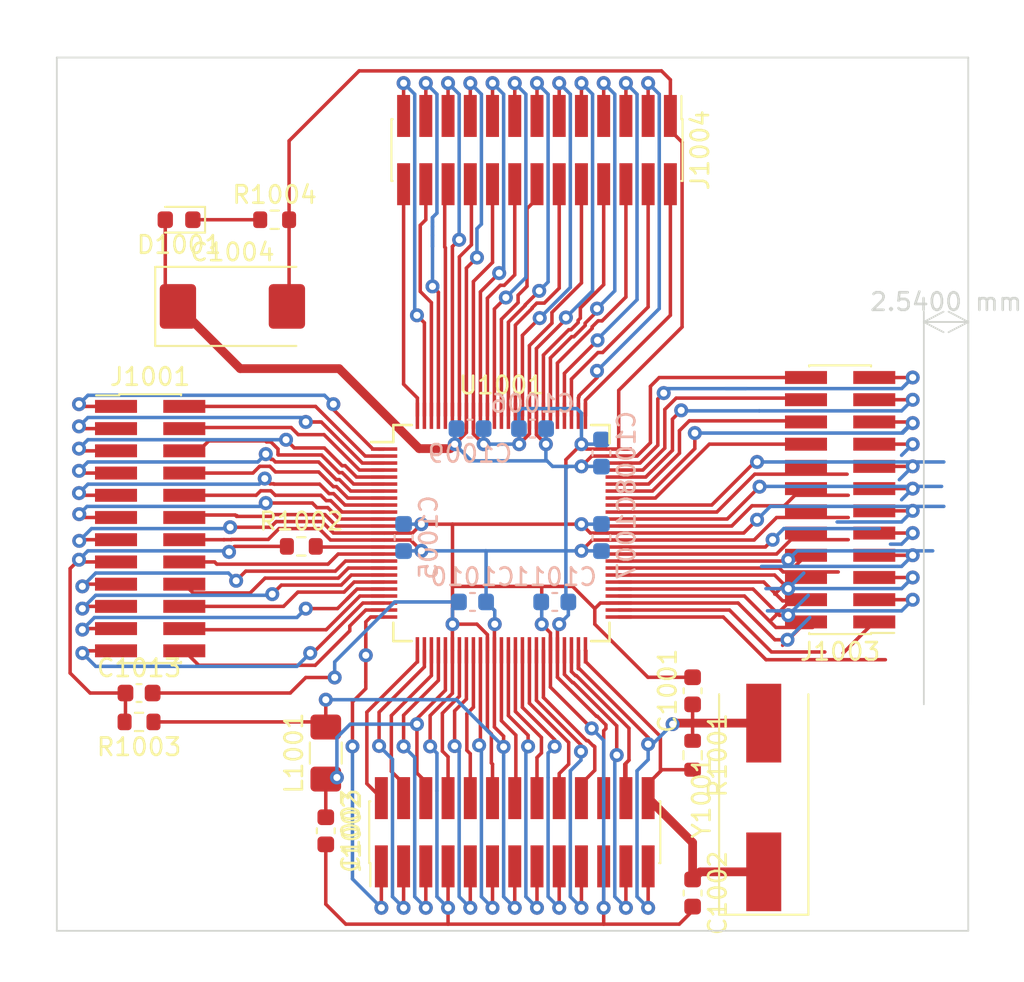
<source format=kicad_pcb>
(kicad_pcb (version 20211014) (generator pcbnew)
  (layers (0 "F.Cu" signal) (31 "B.Cu" signal) (34 "B.Paste" user) (35 "F.Paste" user) (36 "B.SilkS" user "B.Silkscreen") (37 "F.SilkS" user "F.Silkscreen") (38 "B.Mask" user) (39 "F.Mask" user) (44 "Edge.Cuts" user))
  (net 0 "")
  (net 1 "/49")
  (net 2 "GND")
  (net 3 "/50")
  (net 4 "/30")
  (net 5 "+3V3")
  (net 6 "/15")
  (net 7 "/1")
  (net 8 "/2")
  (net 9 "/3")
  (net 10 "/4")
  (net 11 "/5")
  (net 12 "/6")
  (net 13 "/7")
  (net 14 "/8")
  (net 15 "/9")
  (net 16 "/10")
  (net 17 "/11")
  (net 18 "/12")
  (net 19 "/16")
  (net 20 "/17")
  (net 21 "/18")
  (net 22 "/19")
  (net 23 "/20")
  (net 24 "/21")
  (net 25 "/22")
  (net 26 "/23")
  (net 27 "/24")
  (net 28 "/25")
  (net 29 "/26")
  (net 30 "/27")
  (net 31 "/28")
  (net 32 "/29")
  (net 33 "/32")
  (net 34 "/33")
  (net 35 "/34")
  (net 36 "/35")
  (net 37 "/38")
  (net 38 "/39")
  (net 39 "/40")
  (net 40 "/41")
  (net 41 "/42")
  (net 42 "/43")
  (net 43 "/44")
  (net 44 "/47")
  (net 45 "/48")
  (net 46 "/51")
  (net 47 "/52")
  (net 48 "/54")
  (net 49 "/55")
  (net 50 "/56")
  (net 51 "/57")
  (net 52 "/58")
  (net 53 "/59")
  (net 54 "/60")
  (net 55 "/61")
  (net 56 "/64")
  (net 57 "/65")
  (net 58 "/66")
  (net 59 "/67")
  (net 60 "/68")
  (net 61 "/69")
  (net 62 "/70")
  (net 63 "/71")
  (net 64 "/72")
  (net 65 "/73")
  (net 66 "/76")
  (net 67 "/77")
  (net 68 "/78")
  (net 69 "/79")
  (net 70 "/80")
  (net 71 "/81")
  (net 72 "/82")
  (net 73 "/85")
  (net 74 "/86")
  (net 75 "/87")
  (net 76 "/88")
  (net 77 "/89")
  (net 78 "/90")
  (net 79 "/91")
  (net 80 "/94")
  (net 81 "/95")
  (net 82 "/96")
  (net 83 "/97")
  (net 84 "/98")
  (net 85 "/99")
  (net 86 "/100")
  (net 87 "Net-(R1002-Pad2)")
  (net 88 "Net-(D1001-Pad1)")
  (footprint "Connector_PinHeader_1.27mm:PinHeader_2x12_P1.27mm_Vertical_SMD" (layer "F.Cu") (at 181.864 93.726)
    (fp_text reference "J1001")
    (fp_text value "Conn_02x12_Odd_Even")
  )
  (footprint "Resistor_SMD:R_0603_1608Metric" (layer "F.Cu") (at 181.229 104.775 180)
    (fp_text reference "R1003")
    (fp_text value "~")
  )
  (footprint "Capacitor_SMD:C_0603_1608Metric" (layer "F.Cu") (at 181.229 103.124)
    (fp_text reference "C1013")
    (fp_text value "~")
  )
  (footprint "Capacitor_SMD:C_0603_1608Metric" (layer "F.Cu") (at 212.852 102.997 90)
    (fp_text reference "C1001")
    (fp_text value "~")
  )
  (footprint "Connector_PinHeader_1.27mm:PinHeader_2x13_P1.27mm_Vertical_SMD" (layer "F.Cu") (at 203.962 72.091 -90)
    (fp_text reference "J1004")
    (fp_text value "Conn_02x13_Odd_Even")
  )
  (footprint "LED_SMD:LED_0603_1608Metric" (layer "F.Cu") (at 183.515 76.073 180)
    (fp_text reference "D1001")
    (fp_text value "LED")
  )
  (footprint "Package_QFP:TQFP-100_12x12mm_P0.4mm" (layer "F.Cu") (at 201.93 93.98)
    (fp_text reference "U1001")
    (fp_text value "PIC32MZ2048EFM100")
  )
  (footprint "Capacitor_Tantalum_SMD:CP_EIA-7343-43_Kemet-X" (layer "F.Cu") (at 186.563 81.026)
    (fp_text reference "C1004")
    (fp_text value "330µ")
  )
  (footprint "Resistor_SMD:R_0603_1608Metric" (layer "F.Cu") (at 188.976 76.073)
    (fp_text reference "R1004")
    (fp_text value "330")
  )
  (footprint "Resistor_SMD:R_0603_1608Metric" (layer "F.Cu") (at 212.852 106.68 -90)
    (fp_text reference "R1001")
    (fp_text value "~")
  )
  (footprint "Capacitor_SMD:C_0603_1608Metric" (layer "F.Cu") (at 191.897 110.998 -90)
    (fp_text reference "C1003")
    (fp_text value "~")
  )
  (footprint "Connector_PinHeader_1.27mm:PinHeader_2x12_P1.27mm_Vertical_SMD" (layer "F.Cu") (at 221.279 92.075 180)
    (fp_text reference "J1003")
    (fp_text value "Conn_02x12_Odd_Even")
  )
  (footprint "Crystal:Crystal_SMD_HC49-SD" (layer "F.Cu") (at 216.916 109.093 90)
    (fp_text reference "Y1001")
    (fp_text value "~")
  )
  (footprint "Connector_PinHeader_1.27mm:PinHeader_2x13_P1.27mm_Vertical_SMD" (layer "F.Cu") (at 202.692 111.08 90)
    (fp_text reference "J1002")
    (fp_text value "Conn_02x13_Odd_Even")
  )
  (footprint "Capacitor_SMD:C_0603_1608Metric" (layer "F.Cu") (at 212.852 114.554 -90)
    (fp_text reference "C1002")
    (fp_text value "~")
  )
  (footprint "Inductor_SMD:L_1206_3216Metric_Pad1.42x1.75mm_HandSolder" (layer "F.Cu") (at 191.897 106.553 90)
    (fp_text reference "L1001")
    (fp_text value "~")
  )
  (footprint "Resistor_SMD:R_0603_1608Metric" (layer "F.Cu") (at 190.5 94.742)
    (fp_text reference "R1002")
    (fp_text value "~")
  )
  (footprint "Capacitor_SMD:C_0603_1608Metric" (layer "B.Cu") (at 207.645 94.234 90)
    (fp_text reference "C1007")
    (fp_text value "~")
  )
  (footprint "Capacitor_SMD:C_0603_1608Metric" (layer "B.Cu") (at 204.978 97.917 180)
    (fp_text reference "C1011")
    (fp_text value "~")
  )
  (footprint "Capacitor_SMD:C_0603_1608Metric" (layer "B.Cu") (at 200.279 97.917 180)
    (fp_text reference "C1010")
    (fp_text value "~")
  )
  (footprint "Capacitor_SMD:C_0603_1608Metric" (layer "B.Cu") (at 203.708 88.011 180)
    (fp_text reference "C1006")
    (fp_text value "~")
  )
  (footprint "Capacitor_SMD:C_0603_1608Metric" (layer "B.Cu") (at 196.342 94.234 90)
    (fp_text reference "C1005")
    (fp_text value "~")
  )
  (footprint "Capacitor_SMD:C_0603_1608Metric" (layer "B.Cu") (at 207.645 89.408 90)
    (fp_text reference "C1008")
    (fp_text value "~")
  )
  (footprint "Capacitor_SMD:C_0603_1608Metric" (layer "B.Cu") (at 200.139 88.011)
    (fp_text reference "C1009")
    (fp_text value "~")
  )
  (gr_line (start 176.53 116.713) (end 228.6 116.713) (layer "Edge.Cuts") (width 0.1))
  (gr_line (start 176.53 66.802) (end 176.53 116.713) (layer "Edge.Cuts") (width 0.1))
  (gr_line (start 176.53 66.802) (end 228.6 66.802) (layer "Edge.Cuts") (width 0.1))
  (gr_line (start 228.6 66.802) (end 228.6 116.713) (layer "Edge.Cuts") (width 0.1))
  (dimension (type aligned) (layer "Edge.Cuts") (pts (xy 228.6 104.267) (xy 226.06 104.267)) (height 22.352) (gr_text "2,5400 mm" (at 227.33 80.765) (layer "Edge.Cuts") (effects (font (size 1 1) (thickness 0.15)))) (format (units 3) (units_format 1) (precision 4)) (style (thickness 0.1) (arrow_length 1.27) (text_position_mode 0) (extension_height 0.58642) (extension_offset 0.5) keep_text_aligned))
  (segment (start 206.33 100.68) (end 206.33 101.518) (width 0.2) (layer "F.Cu") (net 1))
  (segment (start 206.33 100.68) (end 206.33 101.729022) (width 0.2) (layer "F.Cu") (net 1))
  (segment (start 206.377511 101.729511) (end 210.312 105.664) (width 0.2) (layer "F.Cu") (net 1))
  (segment (start 206.33 101.518) (end 206.33 101.568012) (width 0.2) (layer "F.Cu") (net 1))
  (segment (start 206.330489 101.729511) (end 206.330489 101.518489) (width 0.2) (layer "F.Cu") (net 1))
  (segment (start 212.852 103.772) (end 212.852 105.855) (width 0.2) (layer "F.Cu") (net 1))
  (segment (start 206.33 101.729022) (end 206.330489 101.729511) (width 0.2) (layer "F.Cu") (net 1))
  (segment (start 211.709 104.902) (end 211.768 104.843) (width 0.5) (layer "F.Cu") (net 1))
  (segment (start 206.330489 101.729511) (end 206.377511 101.729511) (width 0.2) (layer "F.Cu") (net 1))
  (segment (start 210.312 105.664) (end 210.312 106.045) (width 0.2) (layer "F.Cu") (net 1))
  (segment (start 206.330489 101.518489) (end 206.33 101.518) (width 0.2) (layer "F.Cu") (net 1))
  (segment (start 210.312 115.398) (end 210.312 113.03) (width 0.2) (layer "F.Cu") (net 1))
  (segment (start 211.768 104.843) (end 216.916 104.843) (width 0.5) (layer "F.Cu") (net 1))
  (via (at 211.709 104.902) (size 0.8) (drill 0.4) (layers "F.Cu" "B.Cu") (net 1))
  (via (at 210.312 115.398) (size 0.8) (drill 0.4) (layers "F.Cu" "B.Cu") (net 1))
  (via (at 210.312 106.045) (size 0.8) (drill 0.4) (layers "F.Cu" "B.Cu") (net 1))
  (segment (start 209.677 114.763) (end 209.677 107.569) (width 0.2) (layer "B.Cu") (net 1))
  (segment (start 210.312 106.934) (end 210.312 106.045) (width 0.2) (layer "B.Cu") (net 1))
  (segment (start 210.312 106.045) (end 210.566 106.045) (width 0.2) (layer "B.Cu") (net 1))
  (segment (start 210.312 115.398) (end 209.677 114.763) (width 0.2) (layer "B.Cu") (net 1))
  (segment (start 210.566 106.045) (end 211.709 104.902) (width 0.2) (layer "B.Cu") (net 1))
  (segment (start 209.677 107.569) (end 210.312 106.934) (width 0.2) (layer "B.Cu") (net 1))
  (segment (start 199.13 100.68) (end 199.13 99.193) (width 0.2) (layer "F.Cu") (net 2))
  (segment (start 203.53 87.28) (end 203.53 83.269719) (width 0.2) (layer "F.Cu") (net 2))
  (segment (start 191.681482 93.326489) (end 191.427483 93.32649) (width 0.2) (layer "F.Cu") (net 2))
  (segment (start 212.852 115.329) (end 212.852 115.57) (width 0.2) (layer "F.Cu") (net 2))
  (segment (start 199.136 97.028) (end 199.136 93.472) (width 0.2) (layer "F.Cu") (net 2))
  (segment (start 205.613 93.472) (end 199.136 93.472) (width 0.2) (layer "F.Cu") (net 2))
  (segment (start 191.897 115.189) (end 193.04 116.332) (width 0.2) (layer "F.Cu") (net 2))
  (segment (start 204.817343 81.370651) (end 206.502 79.685994) (width 0.2) (layer "F.Cu") (net 2))
  (segment (start 225.425 91.44) (end 223.229 91.44) (width 0.2) (layer "F.Cu") (net 2))
  (segment (start 212.852 102.222) (end 210.299 102.222) (width 0.2) (layer "F.Cu") (net 2))
  (segment (start 225.425 97.79) (end 223.229 97.79) (width 0.2) (layer "F.Cu") (net 2))
  (segment (start 191.897 111.773) (end 191.897 115.189) (width 0.2) (layer "F.Cu") (net 2))
  (segment (start 211.582 68.072) (end 211.582 70.141) (width 0.2) (layer "F.Cu") (net 2))
  (segment (start 212.251511 82.203511) (end 212.251511 71.640511) (width 0.2) (layer "F.Cu") (net 2))
  (segment (start 201.355498 105.457484) (end 201.355498 107.121498) (width 0.2) (layer "F.Cu") (net 2))
  (segment (start 207.772 115.398) (end 207.772 116.332) (width 0.2) (layer "F.Cu") (net 2))
  (segment (start 198.882 116.332) (end 198.882 115.398) (width 0.2) (layer "F.Cu") (net 2))
  (segment (start 201.422 78.512755) (end 201.422 74.041) (width 0.2) (layer "F.Cu") (net 2))
  (segment (start 208.63 89.18) (end 208.63 85.825022) (width 0.2) (layer "F.Cu") (net 2))
  (segment (start 204.73 100.68) (end 204.73 99.684503) (width 0.2) (layer "F.Cu") (net 2))
  (segment (start 189.865 103.124) (end 190.754 102.235) (width 0.2) (layer "F.Cu") (net 2))
  (segment (start 201.422 109.13) (end 201.228498 108.936498) (width 0.2) (layer "F.Cu") (net 2))
  (segment (start 189.801 80.9005) (end 189.801 76.073) (width 0.2) (layer "F.Cu") (net 2))
  (segment (start 197.857996 104.415016) (end 197.857996 106.172) (width 0.2) (layer "F.Cu") (net 2))
  (segment (start 208.63 89.18) (end 206.782 89.18) (width 0.2) (layer "F.Cu") (net 2))
  (segment (start 215.450998 97.98) (end 217.548999 100.078001) (width 0.2) (layer "F.Cu") (net 2))
  (segment (start 201.13 100.68) (end 201.13 105.231987) (width 0.2) (layer "F.Cu") (net 2))
  (segment (start 207.772 115.398) (end 207.772 113.03) (width 0.2) (layer "F.Cu") (net 2))
  (segment (start 188.742556 93.64845) (end 186.434303 93.64845) (width 0.2) (layer "F.Cu") (net 2))
  (segment (start 200.33 87.28) (end 200.33 79.604755) (width 0.2) (layer "F.Cu") (net 2))
  (segment (start 201.13 105.231987) (end 201.355498 105.457484) (width 0.2) (layer "F.Cu") (net 2))
  (segment (start 199.136 97.028) (end 199.136 99.187) (width 0.2) (layer "F.Cu") (net 2))
  (segment (start 204.232497 99.187) (end 204.232497 97.044497) (width 0.2) (layer "F.Cu") (net 2))
  (segment (start 204.73 102.788346) (end 207.086315 105.144661) (width 0.2) (layer "F.Cu") (net 2))
  (segment (start 189.801 76.073) (end 189.801 71.565) (width 0.2) (layer "F.Cu") (net 2))
  (segment (start 206.502 79.685994) (end 206.502 74.041) (width 0.2) (layer "F.Cu") (net 2))
  (segment (start 208.63 93.98) (end 207.01 93.98) (width 0.2) (layer "F.Cu") (net 2))
  (segment (start 206.782 89.18) (end 206.502 88.9) (width 0.2) (layer "F.Cu") (net 2))
  (segment (start 200.533 99.187) (end 199.136 99.187) (width 0.2) (layer "F.Cu") (net 2))
  (segment (start 204.232497 97.044497) (end 204.216 97.028) (width 0.2) (layer "F.Cu") (net 2))
  (segment (start 212.09 116.332) (end 207.772 116.332) (width 0.2) (layer "F.Cu") (net 2))
  (segment (start 205.613 89.789) (end 205.613 93.472) (width 0.2) (layer "F.Cu") (net 2))
  (segment (start 204.817343 81.982376) (end 204.817343 81.370651) (width 0.2) (layer "F.Cu") (net 2))
  (segment (start 199.13 103.143012) (end 197.857996 104.415016) (width 0.2) (layer "F.Cu") (net 2))
  (segment (start 196.85 93.98) (end 197.358 93.472) (width 0.2) (layer "F.Cu") (net 2))
  (segment (start 211.074 67.564) (end 211.582 68.072) (width 0.2) (layer "F.Cu") (net 2))
  (segment (start 207.582 97.98) (end 208.63 97.98) (width 0.2) (layer "F.Cu") (net 2))
  (segment (start 195.23 93.98) (end 192.334993 93.98) (width 0.2) (layer "F.Cu") (net 2))
  (segment (start 207.264 99.187) (end 207.264 98.298) (width 0.2) (layer "F.Cu") (net 2))
  (segment (start 210.299 102.222) (end 207.264 99.187) (width 0.2) (layer "F.Cu") (net 2))
  (segment (start 201.422 107.188) (end 201.422 109.13) (width 0.2) (layer "F.Cu") (net 2))
  (segment (start 195.23 93.98) (end 196.85 93.98) (width 0.2) (layer "F.Cu") (net 2))
  (segment (start 200.33 87.28) (end 200.33 88.316) (width 0.2) (layer "F.Cu") (net 2))
  (segment (start 177.877887 94.361) (end 177.813387 94.4255) (width 0.2) (layer "F.Cu") (net 2))
  (segment (start 192.334993 93.98) (end 191.681482 93.326489) (width 0.2) (layer "F.Cu") (net 2))
  (segment (start 203.53 87.28) (end 203.53 88.316) (width 0.2) (layer "F.Cu") (net 2))
  (segment (start 204.73 100.68) (end 204.73 102.788346) (width 0.2) (layer "F.Cu") (net 2))
  (segment (start 201.355498 107.121498) (end 201.422 107.188) (width 0.2) (layer "F.Cu") (net 2))
  (segment (start 208.63 97.98) (end 215.450998 97.98) (width 0.2) (layer "F.Cu") (net 2))
  (segment (start 199.13 100.68) (end 199.13 103.143012) (width 0.2) (layer "F.Cu") (net 2))
  (segment (start 204.216 97.028) (end 205.994 97.028) (width 0.2) (layer "F.Cu") (net 2))
  (segment (start 207.01 93.98) (end 206.502 93.472) (width 0.2) (layer "F.Cu") (net 2))
  (segment (start 211.582 70.971) (end 211.582 70.141) (width 0.2) (layer "F.Cu") (net 2))
  (segment (start 182.004 103.124) (end 189.865 103.124) (width 0.2) (layer "F.Cu") (net 2))
  (segment (start 217.548999 100.078001) (end 218.269897 100.078001) (width 0.2) (layer "F.Cu") (net 2))
  (segment (start 189.6755 81.026) (end 189.801 80.9005) (width 0.2) (layer "F.Cu") (net 2))
  (segment (start 206.502 93.472) (end 205.613 93.472) (width 0.2) (layer "F.Cu") (net 2))
  (segment (start 189.064516 93.32649) (end 188.742556 93.64845) (width 0.2) (layer "F.Cu") (net 2))
  (segment (start 199.136 93.472) (end 197.358 93.472) (width 0.2) (layer "F.Cu") (net 2))
  (segment (start 193.04 116.332) (end 198.882 116.332) (width 0.2) (layer "F.Cu") (net 2))
  (segment (start 212.251511 71.640511) (end 211.582 70.971) (width 0.2) (layer "F.Cu") (net 2))
  (segment (start 200.33 88.316) (end 200.914 88.9) (width 0.2) (layer "F.Cu") (net 2))
  (segment (start 212.852 115.57) (end 212.09 116.332) (width 0.2) (layer "F.Cu") (net 2))
  (segment (start 205.994 97.028) (end 207.264 98.298) (width 0.2) (layer "F.Cu") (net 2))
  (segment (start 203.53 88.316) (end 202.946 88.9) (width 0.2) (layer "F.Cu") (net 2))
  (segment (start 207.264 98.298) (end 207.582 97.98) (width 0.2) (layer "F.Cu") (net 2))
  (segment (start 193.802 67.564) (end 211.074 67.564) (width 0.2) (layer "F.Cu") (net 2))
  (segment (start 201.13 99.784) (end 200.533 99.187) (width 0.2) (layer "F.Cu") (net 2))
  (segment (start 199.13 99.193) (end 199.136 99.187) (width 0.2) (layer "F.Cu") (net 2))
  (segment (start 198.882 115.398) (end 198.882 113.03) (width 0.2) (layer "F.Cu") (net 2))
  (segment (start 208.63 93.98) (end 215.773 93.98) (width 0.2) (layer "F.Cu") (net 2))
  (segment (start 179.914 94.361) (end 177.877887 94.361) (width 0.2) (layer "F.Cu") (net 2))
  (segment (start 204.73 99.684503) (end 204.232497 99.187) (width 0.2) (layer "F.Cu") (net 2))
  (segment (start 203.53 83.269719) (end 204.817343 81.982376) (width 0.2) (layer "F.Cu") (net 2))
  (segment (start 198.882 116.332) (end 207.772 116.332) (width 0.2) (layer "F.Cu") (net 2))
  (segment (start 206.502 88.9) (end 205.613 89.789) (width 0.2) (layer "F.Cu") (net 2))
  (segment (start 189.801 71.565) (end 193.802 67.564) (width 0.2) (layer "F.Cu") (net 2))
  (segment (start 191.427483 93.32649) (end 189.064516 93.32649) (width 0.2) (layer "F.Cu") (net 2))
  (segment (start 201.13 100.68) (end 201.13 99.784) (width 0.2) (layer "F.Cu") (net 2))
  (segment (start 204.216 97.028) (end 199.136 97.028) (width 0.2) (layer "F.Cu") (net 2))
  (segment (start 208.63 85.825022) (end 212.251511 82.203511) (width 0.2) (layer "F.Cu") (net 2))
  (segment (start 200.33 79.604755) (end 201.422 78.512755) (width 0.2) (layer "F.Cu") (net 2))
  (segment (start 190.754 102.235) (end 192.405 102.235) (width 0.2) (layer "F.Cu") (net 2))
  (segment (start 215.773 93.98) (end 216.535 93.218) (width 0.2) (layer "F.Cu") (net 2))
  (via (at 202.946 88.9) (size 0.8) (drill 0.4) (layers "F.Cu" "B.Cu") (net 2))
  (via (at 206.502 88.9) (size 0.8) (drill 0.4) (layers "F.Cu" "B.Cu") (net 2))
  (via (at 207.086315 105.144661) (size 0.8) (drill 0.4) (layers "F.Cu" "B.Cu") (net 2))
  (via (at 197.358 93.472) (size 0.8) (drill 0.4) (layers "F.Cu" "B.Cu") (net 2))
  (via (at 198.882 115.398) (size 0.8) (drill 0.4) (layers "F.Cu" "B.Cu") (net 2))
  (via (at 200.914 88.9) (size 0.8) (drill 0.4) (layers "F.Cu" "B.Cu") (net 2))
  (via (at 218.269897 100.078001) (size 0.8) (drill 0.4) (layers "F.Cu" "B.Cu") (net 2))
  (via (at 204.232497 99.187) (size 0.8) (drill 0.4) (layers "F.Cu" "B.Cu") (net 2))
  (via (at 207.772 115.398) (size 0.8) (drill 0.4) (layers "F.Cu" "B.Cu") (net 2))
  (via (at 199.136 99.187) (size 0.8) (drill 0.4) (layers "F.Cu" "B.Cu") (net 2))
  (via (at 216.535 93.218) (size 0.8) (drill 0.4) (layers "F.Cu" "B.Cu") (net 2))
  (via (at 225.425 91.44) (size 0.8) (drill 0.4) (layers "F.Cu" "B.Cu") (net 2))
  (via (at 186.434303 93.64845) (size 0.8) (drill 0.4) (layers "F.Cu" "B.Cu") (net 2))
  (via (at 192.405 102.235) (size 0.8) (drill 0.4) (layers "F.Cu" "B.Cu") (net 2))
  (via (at 225.425 97.79) (size 0.8) (drill 0.4) (layers "F.Cu" "B.Cu") (net 2))
  (via (at 177.813387 94.4255) (size 0.8) (drill 0.4) (layers "F.Cu" "B.Cu") (net 2))
  (via (at 206.502 93.472) (size 0.8) (drill 0.4) (layers "F.Cu" "B.Cu") (net 2))
  (via (at 197.857996 106.172) (size 0.8) (drill 0.4) (layers "F.Cu" "B.Cu") (net 2))
  (segment (start 207.772 105.830346) (end 207.086315 105.144661) (width 0.2) (layer "B.Cu") (net 2))
  (segment (start 197.358 93.472) (end 196.355 93.472) (width 0.2) (layer "B.Cu") (net 2))
  (segment (start 206.502 88.9) (end 206.502 87.122) (width 0.2) (layer "B.Cu") (net 2))
  (segment (start 204.232497 99.187) (end 204.232497 97.946497) (width 0.2) (layer "B.Cu") (net 2))
  (segment (start 198.247 108.712) (end 198.247 106.561004) (width 0.2) (layer "B.Cu") (net 2))
  (segment (start 192.405 101.346) (end 195.834 97.917) (width 0.2) (layer "B.Cu") (net 2))
  (segment (start 204.232497 97.946497) (end 204.203 97.917) (width 0.2) (layer "B.Cu") (net 2))
  (segment (start 192.405 102.235) (end 192.405 101.346) (width 0.2) (layer "B.Cu") (net 2))
  (segment (start 186.434303 93.64845) (end 186.356753 93.726) (width 0.2) (layer "B.Cu") (net 2))
  (segment (start 198.247 106.561004) (end 197.857996 106.172) (width 0.2) (layer "B.Cu") (net 2))
  (segment (start 198.882 115.398) (end 198.247 114.763) (width 0.2) (layer "B.Cu") (net 2))
  (segment (start 225.425 97.79) (end 224.79 98.425) (width 0.2) (layer "B.Cu") (net 2))
  (segment (start 198.247 114.763) (end 198.247 108.712) (width 0.2) (layer "B.Cu") (net 2))
  (segment (start 200.914 88.9) (end 202.946 88.9) (width 0.2) (layer "B.Cu") (net 2))
  (segment (start 178.512887 93.726) (end 177.813387 94.4255) (width 0.2) (layer "B.Cu") (net 2))
  (segment (start 196.355 93.472) (end 196.342 93.459) (width 0.2) (layer "B.Cu") (net 2))
  (segment (start 224.79 98.425) (end 217.128898 98.425) (width 0.2) (layer "B.Cu") (net 2))
  (segment (start 199.136 99.187) (end 199.136 98.285) (width 0.2) (layer "B.Cu") (net 2))
  (segment (start 216.535 93.218) (end 217.297 92.456) (width 0.2) (layer "B.Cu") (net 2))
  (segment (start 206.502 87.122) (end 206.248 86.868) (width 0.2) (layer "B.Cu") (net 2))
  (segment (start 207.772 115.398) (end 207.772 105.830346) (width 0.2) (layer "B.Cu") (net 2))
  (segment (start 199.136 98.285) (end 199.504 97.917) (width 0.2) (layer "B.Cu") (net 2))
  (segment (start 186.356753 93.726) (end 178.512887 93.726) (width 0.2) (layer "B.Cu") (net 2))
  (segment (start 206.502 93.472) (end 207.632 93.472) (width 0.2) (layer "B.Cu") (net 2))
  (segment (start 195.834 97.917) (end 199.504 97.917) (width 0.2) (layer "B.Cu") (net 2))
  (segment (start 207.378 88.9) (end 207.645 88.633) (width 0.2) (layer "B.Cu") (net 2))
  (segment (start 203.073 86.868) (end 202.933 87.008) (width 0.2) (layer "B.Cu") (net 2))
  (segment (start 224.79 92.075) (end 225.425 91.44) (width 0.2) (layer "B.Cu") (net 2))
  (segment (start 217.297 92.456) (end 227.203 92.456) (width 0.2) (layer "B.Cu") (net 2))
  (segment (start 202.933 87.008) (end 202.933 88.011) (width 0.2) (layer "B.Cu") (net 2))
  (segment (start 200.914 88.9) (end 200.914 88.011) (width 0.2) (layer "B.Cu") (net 2))
  (segment (start 219.541898 98.806) (end 218.269897 100.078001) (width 0.2) (layer "B.Cu") (net 2))
  (segment (start 202.946 88.024) (end 202.933 88.011) (width 0.2) (layer "B.Cu") (net 2))
  (segment (start 206.502 88.9) (end 207.378 88.9) (width 0.2) (layer "B.Cu") (net 2))
  (segment (start 206.248 86.868) (end 203.073 86.868) (width 0.2) (layer "B.Cu") (net 2))
  (segment (start 207.632 93.472) (end 207.645 93.459) (width 0.2) (layer "B.Cu") (net 2))
  (segment (start 202.946 88.9) (end 202.946 88.024) (width 0.2) (layer "B.Cu") (net 2))
  (segment (start 206.756 100.706) (end 206.756 101.346) (width 0.2) (layer "F.Cu") (net 3))
  (segment (start 211.107 107.505) (end 210.8045 107.8075) (width 0.2) (layer "F.Cu") (net 3))
  (segment (start 216.916 113.343) (end 213.288 113.343) (width 0.5) (layer "F.Cu") (net 3))
  (segment (start 211.011501 105.601501) (end 211.011501 107.600499) (width 0.2) (layer "F.Cu") (net 3))
  (segment (start 210.8045 107.8075) (end 210.312 108.3) (width 0.2) (layer "F.Cu") (net 3))
  (segment (start 210.312 108.3) (end 210.312 109.13) (width 0.2) (layer "F.Cu") (net 3))
  (segment (start 212.852 113.779) (end 212.852 111.67) (width 0.5) (layer "F.Cu") (net 3))
  (segment (start 206.73 100.68) (end 206.756 100.706) (width 0.2) (layer "F.Cu") (net 3))
  (segment (start 212.852 111.67) (end 210.312 109.13) (width 0.5) (layer "F.Cu") (net 3))
  (segment (start 212.852 107.505) (end 211.107 107.505) (width 0.2) (layer "F.Cu") (net 3))
  (segment (start 211.011501 107.600499) (end 210.8045 107.8075) (width 0.2) (layer "F.Cu") (net 3))
  (segment (start 213.288 113.343) (end 212.852 113.779) (width 0.5) (layer "F.Cu") (net 3))
  (segment (start 206.756 101.346) (end 211.011501 105.601501) (width 0.2) (layer "F.Cu") (net 3))
  (segment (start 192.4415 108.0405) (end 192.532 107.95) (width 0.2) (layer "F.Cu") (net 4))
  (segment (start 197.612 108.204) (end 197.104 107.696) (width 0.2) (layer "F.Cu") (net 4))
  (segment (start 197.612 109.13) (end 197.612 108.204) (width 0.2) (layer "F.Cu") (net 4))
  (segment (start 197.104 104.591006) (end 198.73 102.965006) (width 0.2) (layer "F.Cu") (net 4))
  (segment (start 197.104 107.696) (end 197.104 104.591006) (width 0.2) (layer "F.Cu") (net 4))
  (segment (start 191.897 110.223) (end 191.897 108.0405) (width 0.2) (layer "F.Cu") (net 4))
  (segment (start 198.73 102.965006) (end 198.73 100.68) (width 0.2) (layer "F.Cu") (net 4))
  (segment (start 191.897 108.0405) (end 192.4415 108.0405) (width 0.2) (layer "F.Cu") (net 4))
  (via (at 197.104 104.902) (size 0.8) (drill 0.4) (layers "F.Cu" "B.Cu") (net 4))
  (via (at 192.532 107.95) (size 0.8) (drill 0.4) (layers "F.Cu" "B.Cu") (net 4))
  (segment (start 192.532 107.95) (end 192.532 105.664) (width 0.2) (layer "B.Cu") (net 4))
  (segment (start 192.532 105.664) (end 193.294 104.902) (width 0.2) (layer "B.Cu") (net 4))
  (segment (start 193.294 104.902) (end 197.104 104.902) (width 0.2) (layer "B.Cu") (net 4))
  (segment (start 203.93 83.434712) (end 205.613 81.751712) (width 0.2) (layer "F.Cu") (net 5))
  (segment (start 201.549 99.187) (end 201.53 99.206) (width 0.2) (layer "F.Cu") (net 5))
  (segment (start 207.092 89.58) (end 206.502 90.17) (width 0.2) (layer "F.Cu") (net 5))
  (segment (start 200.152 70.141) (end 200.152 68.2635) (width 0.2) (layer "F.Cu") (net 5))
  (segment (start 199.93 87.28) (end 199.93 78.835) (width 0.2) (layer "F.Cu") (net 5))
  (segment (start 206.502 70.141) (end 206.502 68.2635) (width 0.2) (layer "F.Cu") (net 5))
  (segment (start 195.23 94.38) (end 196.742 94.38) (width 0.2) (layer "F.Cu") (net 5))
  (segment (start 187.0065 84.582) (end 183.4505 81.026) (width 0.5) (layer "F.Cu") (net 5))
  (segment (start 205.13 102.224004) (end 207.355527 104.449531) (width 0.2) (layer "F.Cu") (net 5))
  (segment (start 186.080775 94.358999) (end 186.078774 94.361) (width 0.2) (layer "F.Cu") (net 5))
  (segment (start 191.897 105.0655) (end 191.897 103.505) (width 0.2) (layer "F.Cu") (net 5))
  (segment (start 182.7275 80.303) (end 183.4505 81.026) (width 0.2) (layer "F.Cu") (net 5))
  (segment (start 191.6065 104.775) (end 191.897 105.0655) (width 0.2) (layer "F.Cu") (net 5))
  (segment (start 199.93 78.835) (end 200.533 78.232) (width 0.2) (layer "F.Cu") (net 5))
  (segment (start 199.263 88.9) (end 199.009 89.154) (width 0.5) (layer "F.Cu") (net 5))
  (segment (start 188.613511 94.342489) (end 186.521535 94.34249) (width 0.2) (layer "F.Cu") (net 5))
  (segment (start 216.362245 94.38) (end 217.651245 93.091) (width 0.2) (layer "F.Cu") (net 5))
  (segment (start 219.250029 85.011029) (end 219.329 85.09) (width 0.2) (layer "F.Cu") (net 5))
  (segment (start 182.054 104.775) (end 191.6065 104.775) (width 0.2) (layer "F.Cu") (net 5))
  (segment (start 201.53 100.68) (end 201.53 105.066994) (width 0.2) (layer "F.Cu") (net 5))
  (segment (start 208.63 94.38) (end 207.118 94.38) (width 0.2) (layer "F.Cu") (net 5))
  (segment (start 205.13 100.68) (end 205.13 102.224004) (width 0.2) (layer "F.Cu") (net 5))
  (segment (start 192.659 84.582) (end 187.0065 84.582) (width 0.5) (layer "F.Cu") (net 5))
  (segment (start 192.17 94.38) (end 191.516 93.726) (width 0.2) (layer "F.Cu") (net 5))
  (segment (start 199.93 87.28) (end 199.93 88.233) (width 0.2) (layer "F.Cu") (net 5))
  (segment (start 195.23 94.38) (end 192.17 94.38) (width 0.2) (layer "F.Cu") (net 5))
  (segment (start 202.692 115.398) (end 202.692 113.03) (width 0.2) (layer "F.Cu") (net 5))
  (segment (start 182.7275 76.073) (end 182.7275 80.303) (width 0.2) (layer "F.Cu") (net 5))
  (segment (start 208.63 89.58) (end 209.679018 89.58) (width 0.2) (layer "F.Cu") (net 5))
  (segment (start 217.651245 93.091) (end 221.742 93.091) (width 0.2) (layer "F.Cu") (net 5))
  (segment (start 205.613 81.751712) (end 205.613 81.661) (width 0.2) (layer "F.Cu") (net 5))
  (segment (start 207.402549 104.449531) (end 207.899 104.945982) (width 0.2) (layer "F.Cu") (net 5))
  (segment (start 207.772 105.283) (end 207.772 109.13) (width 0.2) (layer "F.Cu") (net 5))
  (segment (start 205.13 99.289) (end 205.13 100.68) (width 0.2) (layer "F.Cu") (net 5))
  (segment (start 203.93 88.36) (end 204.47 88.9) (width 0.2) (layer "F.Cu") (net 5))
  (segment (start 207.118 94.38) (end 206.502 94.996) (width 0.2) (layer "F.Cu") (net 5))
  (segment (start 210.442249 85.594751) (end 210.947 85.09) (width 0.2) (layer "F.Cu") (net 5))
  (segment (start 207.355527 104.449531) (end 207.402549 104.449531) (width 0.2) (layer "F.Cu") (net 5))
  (segment (start 201.53 99.206) (end 201.53 100.68) (width 0.2) (layer "F.Cu") (net 5))
  (segment (start 202.054999 105.591993) (end 202.054999 106.198126) (width 0.2) (layer "F.Cu") (net 5))
  (segment (start 207.899 104.945982) (end 207.899 105.156) (width 0.2) (layer "F.Cu") (net 5))
  (segment (start 197.231 89.154) (end 192.659 84.582) (width 0.5) (layer "F.Cu") (net 5))
  (segment (start 203.93 87.28) (end 203.93 83.434712) (width 0.2) (layer "F.Cu") (net 5))
  (segment (start 203.93 87.28) (end 203.93 88.36) (width 0.2) (layer "F.Cu") (net 5))
  (segment (start 201.53 105.066994) (end 202.054999 105.591993) (width 0.2) (layer "F.Cu") (net 5))
  (segment (start 208.63 89.58) (end 207.092 89.58) (width 0.2) (layer "F.Cu") (net 5))
  (segment (start 199.009 89.154) (end 197.231 89.154) (width 0.5) (layer "F.Cu") (net 5))
  (segment (start 186.078774 94.361) (end 183.814 94.361) (width 0.2) (layer "F.Cu") (net 5))
  (segment (start 210.947 85.09) (end 219.329 85.09) (width 0.2) (layer "F.Cu") (net 5))
  (segment (start 189.23 93.726) (end 188.613511 94.342489) (width 0.2) (layer "F.Cu") (net 5))
  (segment (start 191.516 93.726) (end 189.23 93.726) (width 0.2) (layer "F.Cu") (net 5))
  (segment (start 199.93 88.233) (end 199.263 88.9) (width 0.2) (layer "F.Cu") (net 5))
  (segment (start 208.63 94.38) (end 216.362245 94.38) (width 0.2) (layer "F.Cu") (net 5))
  (segment (start 207.899 105.156) (end 207.772 105.283) (width 0.2) (layer "F.Cu") (net 5))
  (segment (start 209.679018 89.58) (end 210.442249 88.816769) (width 0.2) (layer "F.Cu") (net 5))
  (segment (start 186.505027 94.358999) (end 186.080775 94.358999) (width 0.2) (layer "F.Cu") (net 5))
  (segment (start 210.442249 88.816769) (end 210.442249 85.594751) (width 0.2) (layer "F.Cu") (net 5))
  (segment (start 186.521535 94.34249) (end 186.505027 94.358999) (width 0.2) (layer "F.Cu") (net 5))
  (segment (start 196.742 94.38) (end 197.358 94.996) (width 0.2) (layer "F.Cu") (net 5))
  (segment (start 205.232 99.187) (end 205.13 99.289) (width 0.2) (layer "F.Cu") (net 5))
  (via (at 205.232 99.187) (size 0.8) (drill 0.4) (layers "F.Cu" "B.Cu") (net 5))
  (via (at 206.502 90.17) (size 0.8) (drill 0.4) (layers "F.Cu" "B.Cu") (net 5))
  (via (at 199.263 88.9) (size 0.8) (drill 0.4) (layers "F.Cu" "B.Cu") (net 5))
  (via (at 205.613 81.661) (size 0.8) (drill 0.4) (layers "F.Cu" "B.Cu") (net 5))
  (via (at 202.692 115.398) (size 0.8) (drill 0.4) (layers "F.Cu" "B.Cu") (net 5))
  (via (at 191.897 103.505) (size 0.8) (drill 0.4) (layers "F.Cu" "B.Cu") (net 5))
  (via (at 200.533 78.232) (size 0.8) (drill 0.4) (layers "F.Cu" "B.Cu") (net 5))
  (via (at 204.47 88.9) (size 0.8) (drill 0.4) (layers "F.Cu" "B.Cu") (net 5))
  (via (at 202.054999 106.198126) (size 0.8) (drill 0.4) (layers "F.Cu" "B.Cu") (net 5))
  (via (at 201.549 99.187) (size 0.8) (drill 0.4) (layers "F.Cu" "B.Cu") (net 5))
  (via (at 206.502 68.2635) (size 0.8) (drill 0.4) (layers "F.Cu" "B.Cu") (net 5))
  (via (at 200.152 68.2635) (size 0.8) (drill 0.4) (layers "F.Cu" "B.Cu") (net 5))
  (via (at 197.358 94.996) (size 0.8) (drill 0.4) (layers "F.Cu" "B.Cu") (net 5))
  (via (at 206.502 94.996) (size 0.8) (drill 0.4) (layers "F.Cu" "B.Cu") (net 5))
  (segment (start 204.5335 89.8525) (end 204.851 90.17) (width 0.2) (layer "B.Cu") (net 5))
  (segment (start 205.613 90.297) (end 205.74 90.17) (width 0.2) (layer "B.Cu") (net 5))
  (segment (start 204.47 89.789) (end 204.5335 89.8525) (width 0.2) (layer "B.Cu") (net 5))
  (segment (start 199.361873 103.505) (end 202.054999 106.198126) (width 0.2) (layer "B.Cu") (net 5))
  (segment (start 191.897 103.505) (end 199.361873 103.505) (width 0.2) (layer "B.Cu") (net 5))
  (segment (start 201.054 95.009) (end 201.041 94.996) (width 0.2) (layer "B.Cu") (net 5))
  (segment (start 205.613 97.777) (end 205.613 94.996) (width 0.2) (layer "B.Cu") (net 5))
  (segment (start 202.057 114.763) (end 202.057 106.200127) (width 0.2) (layer "B.Cu") (net 5))
  (segment (start 205.613 94.996) (end 205.613 90.297) (width 0.2) (layer "B.Cu") (net 5))
  (segment (start 206.502 90.17) (end 207.632 90.17) (width 0.2) (layer "B.Cu") (net 5))
  (segment (start 207.137 80.137) (end 207.137 68.8985) (width 0.2) (layer "B.Cu") (net 5))
  (segment (start 199.263 88.9) (end 199.263 88.112) (width 0.2) (layer "B.Cu") (net 5))
  (segment (start 205.753 97.917) (end 205.613 97.777) (width 0.2) (layer "B.Cu") (net 5))
  (segment (start 199.263 88.9) (end 200.2155 89.8525) (width 0.2) (layer "B.Cu") (net 5))
  (segment (start 205.613 94.996) (end 206.502 94.996) (width 0.2) (layer "B.Cu") (net 5))
  (segment (start 205.753 98.666) (end 205.753 97.917) (width 0.2) (layer "B.Cu") (net 5))
  (segment (start 200.787 68.8985) (end 200.152 68.2635) (width 0.2) (layer "B.Cu") (net 5))
  (segment (start 202.057 106.200127) (end 202.054999 106.198126) (width 0.2) (layer "B.Cu") (net 5))
  (segment (start 200.533 76.581) (end 200.787 76.327) (width 0.2) (layer "B.Cu") (net 5))
  (segment (start 200.2155 89.8525) (end 204.5335 89.8525) (width 0.2) (layer "B.Cu") (net 5))
  (segment (start 204.47 88.9) (end 204.47 89.789) (width 0.2) (layer "B.Cu") (net 5))
  (segment (start 201.549 99.187) (end 201.549 98.412) (width 0.2) (layer "B.Cu") (net 5))
  (segment (start 207.632 94.996) (end 207.645 95.009) (width 0.2) (layer "B.Cu") (net 5))
  (segment (start 201.054 97.917) (end 201.054 95.009) (width 0.2) (layer "B.Cu") (net 5))
  (segment (start 206.502 94.996) (end 207.632 94.996) (width 0.2) (layer "B.Cu") (net 5))
  (segment (start 201.549 98.412) (end 201.054 97.917) (width 0.2) (layer "B.Cu") (net 5))
  (segment (start 205.613 81.661) (end 207.137 80.137) (width 0.2) (layer "B.Cu") (net 5))
  (segment (start 204.47 88.024) (end 204.483 88.011) (width 0.2) (layer "B.Cu") (net 5))
  (segment (start 197.358 94.996) (end 201.041 94.996) (width 0.2) (layer "B.Cu") (net 5))
  (segment (start 204.47 88.9) (end 204.47 88.024) (width 0.2) (layer "B.Cu") (net 5))
  (segment (start 200.533 78.232) (end 200.533 76.581) (width 0.2) (layer "B.Cu") (net 5))
  (segment (start 201.041 94.996) (end 205.613 94.996) (width 0.2) (layer "B.Cu") (net 5))
  (segment (start 205.232 99.187) (end 205.753 98.666) (width 0.2) (layer "B.Cu") (net 5))
  (segment (start 200.787 76.327) (end 200.787 68.8985) (width 0.2) (layer "B.Cu") (net 5))
  (segment (start 202.692 115.398) (end 202.057 114.763) (width 0.2) (layer "B.Cu") (net 5))
  (segment (start 196.355 94.996) (end 196.342 95.009) (width 0.2) (layer "B.Cu") (net 5))
  (segment (start 205.74 90.17) (end 206.502 90.17) (width 0.2) (layer "B.Cu") (net 5))
  (segment (start 204.851 90.17) (end 205.74 90.17) (width 0.2) (layer "B.Cu") (net 5))
  (segment (start 197.358 94.996) (end 196.355 94.996) (width 0.2) (layer "B.Cu") (net 5))
  (segment (start 207.632 90.17) (end 207.645 90.183) (width 0.2) (layer "B.Cu") (net 5))
  (segment (start 207.137 68.8985) (end 206.502 68.2635) (width 0.2) (layer "B.Cu") (net 5))
  (segment (start 199.263 88.112) (end 199.364 88.011) (width 0.2) (layer "B.Cu") (net 5))
  (segment (start 177.292 96.012) (end 177.8 95.504) (width 0.2) (layer "F.Cu") (net 6))
  (segment (start 177.292 101.981) (end 177.292 96.012) (width 0.2) (layer "F.Cu") (net 6))
  (segment (start 178.435 103.124) (end 177.292 101.981) (width 0.2) (layer "F.Cu") (net 6))
  (segment (start 189.675 94.742) (end 186.687019 94.742) (width 0.2) (layer "F.Cu") (net 6))
  (segment (start 177.8 95.504) (end 177.927 95.631) (width 0.2) (layer "F.Cu") (net 6))
  (segment (start 177.927 95.631) (end 179.914 95.631) (width 0.2) (layer "F.Cu") (net 6))
  (segment (start 180.454 104.725) (end 180.404 104.775) (width 0.2) (layer "F.Cu") (net 6))
  (segment (start 180.454 103.124) (end 180.454 104.725) (width 0.2) (layer "F.Cu") (net 6))
  (segment (start 180.454 103.124) (end 178.435 103.124) (width 0.2) (layer "F.Cu") (net 6))
  (segment (start 186.687019 94.742) (end 186.370519 95.0585) (width 0.2) (layer "F.Cu") (net 6))
  (via (at 186.370519 95.0585) (size 0.8) (drill 0.4) (layers "F.Cu" "B.Cu") (net 6))
  (via (at 177.8 95.504) (size 0.8) (drill 0.4) (layers "F.Cu" "B.Cu") (net 6))
  (segment (start 178.308 94.996) (end 186.308019 94.996) (width 0.2) (layer "B.Cu") (net 6))
  (segment (start 177.8 95.504) (end 178.308 94.996) (width 0.2) (layer "B.Cu") (net 6))
  (segment (start 186.308019 94.996) (end 186.370519 95.0585) (width 0.2) (layer "B.Cu") (net 6))
  (segment (start 192.33082 86.92082) (end 192.33082 86.614) (width 0.2) (layer "F.Cu") (net 7))
  (segment (start 195.23 89.18) (end 194.59 89.18) (width 0.2) (layer "F.Cu") (net 7))
  (segment (start 195.23 89.18) (end 194.89682 89.18) (width 0.2) (layer "F.Cu") (net 7))
  (segment (start 177.8 86.614) (end 177.927 86.741) (width 0.2) (layer "F.Cu") (net 7))
  (segment (start 194.59 89.18) (end 192.33082 86.92082) (width 0.2) (layer "F.Cu") (net 7))
  (segment (start 177.927 86.741) (end 179.914 86.741) (width 0.2) (layer "F.Cu") (net 7))
  (via (at 192.33082 86.614) (size 0.8) (drill 0.4) (layers "F.Cu" "B.Cu") (net 7))
  (via (at 177.8 86.614) (size 0.8) (drill 0.4) (layers "F.Cu" "B.Cu") (net 7))
  (segment (start 177.8 86.614) (end 178.308 86.106) (width 0.2) (layer "B.Cu") (net 7))
  (segment (start 178.308 86.106) (end 191.82282 86.106) (width 0.2) (layer "B.Cu") (net 7))
  (segment (start 191.82282 86.106) (end 192.33082 86.614) (width 0.2) (layer "B.Cu") (net 7))
  (segment (start 191.310932 86.741) (end 183.814 86.741) (width 0.2) (layer "F.Cu") (net 8))
  (segment (start 195.23 89.58) (end 194.149932 89.58) (width 0.2) (layer "F.Cu") (net 8))
  (segment (start 194.149932 89.58) (end 191.310932 86.741) (width 0.2) (layer "F.Cu") (net 8))
  (segment (start 191.572994 87.63) (end 191.634935 87.63) (width 0.2) (layer "F.Cu") (net 9))
  (segment (start 191.634935 87.63) (end 193.984935 89.98) (width 0.2) (layer "F.Cu") (net 9))
  (segment (start 177.927 88.011) (end 179.914 88.011) (width 0.2) (layer "F.Cu") (net 9))
  (segment (start 190.754 87.63) (end 191.516 87.63) (width 0.2) (layer "F.Cu") (net 9))
  (segment (start 193.984935 89.98) (end 195.23 89.98) (width 0.2) (layer "F.Cu") (net 9))
  (segment (start 190.754 87.63) (end 191.572994 87.63) (width 0.2) (layer "F.Cu") (net 9))
  (segment (start 177.8 87.884) (end 177.927 88.011) (width 0.2) (layer "F.Cu") (net 9))
  (segment (start 191.572994 87.63) (end 191.516 87.63) (width 0.2) (layer "F.Cu") (net 9))
  (via (at 177.8 87.884) (size 0.8) (drill 0.4) (layers "F.Cu" "B.Cu") (net 9))
  (via (at 190.754 87.63) (size 0.8) (drill 0.4) (layers "F.Cu" "B.Cu") (net 9))
  (segment (start 178.308 87.376) (end 190.5 87.376) (width 0.2) (layer "B.Cu") (net 9))
  (segment (start 190.5 87.376) (end 190.754 87.63) (width 0.2) (layer "B.Cu") (net 9))
  (segment (start 177.8 87.884) (end 178.308 87.376) (width 0.2) (layer "B.Cu") (net 9))
  (segment (start 183.877818 87.947182) (end 183.814 88.011) (width 0.2) (layer "F.Cu") (net 10))
  (segment (start 189.916331 87.947182) (end 183.877818 87.947182) (width 0.2) (layer "F.Cu") (net 10))
  (segment (start 191.796877 88.356939) (end 190.326088 88.356939) (width 0.2) (layer "F.Cu") (net 10))
  (segment (start 193.819938 90.38) (end 191.796877 88.356939) (width 0.2) (layer "F.Cu") (net 10))
  (segment (start 195.23 90.38) (end 193.819938 90.38) (width 0.2) (layer "F.Cu") (net 10))
  (segment (start 190.326088 88.356939) (end 189.916331 87.947182) (width 0.2) (layer "F.Cu") (net 10))
  (segment (start 195.23 90.78) (end 193.654942 90.78) (width 0.2) (layer "F.Cu") (net 11))
  (segment (start 191.815999 89.116978) (end 190.096882 89.116978) (width 0.2) (layer "F.Cu") (net 11))
  (segment (start 193.005346 90.130404) (end 192.829424 90.130403) (width 0.2) (layer "F.Cu") (net 11))
  (segment (start 192.829424 90.130403) (end 191.815999 89.116978) (width 0.2) (layer "F.Cu") (net 11))
  (segment (start 193.654942 90.78) (end 193.005346 90.130404) (width 0.2) (layer "F.Cu") (net 11))
  (segment (start 177.8 89.154) (end 177.927 89.281) (width 0.2) (layer "F.Cu") (net 11))
  (segment (start 190.096882 89.116978) (end 189.626587 88.646683) (width 0.2) (layer "F.Cu") (net 11))
  (segment (start 177.927 89.281) (end 179.914 89.281) (width 0.2) (layer "F.Cu") (net 11))
  (via (at 177.8 89.154) (size 0.8) (drill 0.4) (layers "F.Cu" "B.Cu") (net 11))
  (via (at 189.626587 88.646683) (size 0.8) (drill 0.4) (layers "F.Cu" "B.Cu") (net 11))
  (segment (start 177.8 89.154) (end 178.308 88.646) (width 0.2) (layer "B.Cu") (net 11))
  (segment (start 178.308 88.646) (end 189.625904 88.646) (width 0.2) (layer "B.Cu") (net 11))
  (segment (start 189.625904 88.646) (end 189.626587 88.646683) (width 0.2) (layer "B.Cu") (net 11))
  (segment (start 189.185754 89.516489) (end 189.167415 89.49815) (width 0.2) (layer "F.Cu") (net 12))
  (segment (start 188.509394 88.766997) (end 188.453397 88.711) (width 0.2) (layer "F.Cu") (net 12))
  (segment (start 184.644 89.281) (end 183.814 89.281) (width 0.2) (layer "F.Cu") (net 12))
  (segment (start 185.214 88.711) (end 184.644 89.281) (width 0.2) (layer "F.Cu") (net 12))
  (segment (start 191.650512 89.516489) (end 189.185754 89.516489) (width 0.2) (layer "F.Cu") (net 12))
  (segment (start 189.167415 89.49815) (end 189.167415 89.176754) (width 0.2) (layer "F.Cu") (net 12))
  (segment (start 195.23 91.18) (end 193.489948 91.18) (width 0.2) (layer "F.Cu") (net 12))
  (segment (start 192.663936 90.529913) (end 191.650512 89.516489) (width 0.2) (layer "F.Cu") (net 12))
  (segment (start 188.757658 88.766997) (end 188.509394 88.766997) (width 0.2) (layer "F.Cu") (net 12))
  (segment (start 192.839862 90.529914) (end 192.663936 90.529913) (width 0.2) (layer "F.Cu") (net 12))
  (segment (start 193.489948 91.18) (end 192.839862 90.529914) (width 0.2) (layer "F.Cu") (net 12))
  (segment (start 188.453397 88.711) (end 185.214 88.711) (width 0.2) (layer "F.Cu") (net 12))
  (segment (start 189.167415 89.176754) (end 188.757658 88.766997) (width 0.2) (layer "F.Cu") (net 12))
  (segment (start 192.498453 90.929423) (end 191.48503 89.916) (width 0.2) (layer "F.Cu") (net 13))
  (segment (start 191.48503 89.916) (end 189.015353 89.916) (width 0.2) (layer "F.Cu") (net 13))
  (segment (start 188.86584 89.766487) (end 188.767903 89.766487) (width 0.2) (layer "F.Cu") (net 13))
  (segment (start 195.23 91.58) (end 193.324954 91.58) (width 0.2) (layer "F.Cu") (net 13))
  (segment (start 177.927 90.551) (end 179.914 90.551) (width 0.2) (layer "F.Cu") (net 13))
  (segment (start 188.767903 89.766487) (end 188.467914 89.466498) (width 0.2) (layer "F.Cu") (net 13))
  (segment (start 192.674378 90.929424) (end 192.498453 90.929423) (width 0.2) (layer "F.Cu") (net 13))
  (segment (start 189.015353 89.916) (end 188.86584 89.766487) (width 0.2) (layer "F.Cu") (net 13))
  (segment (start 177.8 90.424) (end 177.927 90.551) (width 0.2) (layer "F.Cu") (net 13))
  (segment (start 193.324954 91.58) (end 192.674378 90.929424) (width 0.2) (layer "F.Cu") (net 13))
  (via (at 177.8 90.424) (size 0.8) (drill 0.4) (layers "F.Cu" "B.Cu") (net 13))
  (via (at 188.467914 89.466498) (size 0.8) (drill 0.4) (layers "F.Cu" "B.Cu") (net 13))
  (segment (start 188.018412 89.916) (end 188.467914 89.466498) (width 0.2) (layer "B.Cu") (net 13))
  (segment (start 178.308 89.916) (end 188.018412 89.916) (width 0.2) (layer "B.Cu") (net 13))
  (segment (start 177.8 90.424) (end 178.308 89.916) (width 0.2) (layer "B.Cu") (net 13))
  (segment (start 188.12087 90.165998) (end 188.700358 90.165998) (width 0.2) (layer "F.Cu") (net 14))
  (segment (start 193.159955 91.98) (end 195.23 91.98) (width 0.2) (layer "F.Cu") (net 14))
  (segment (start 189.020859 90.486499) (end 191.490533 90.486499) (width 0.2) (layer "F.Cu") (net 14))
  (segment (start 183.814 90.551) (end 187.735868 90.551) (width 0.2) (layer "F.Cu") (net 14))
  (segment (start 192.508893 91.328934) (end 193.159955 91.98) (width 0.2) (layer "F.Cu") (net 14))
  (segment (start 187.735868 90.551) (end 188.12087 90.165998) (width 0.2) (layer "F.Cu") (net 14))
  (segment (start 192.332968 91.328934) (end 192.508893 91.328934) (width 0.2) (layer "F.Cu") (net 14))
  (segment (start 191.490533 90.486499) (end 192.332968 91.328934) (width 0.2) (layer "F.Cu") (net 14))
  (segment (start 188.700358 90.165998) (end 189.020859 90.486499) (width 0.2) (layer "F.Cu") (net 14))
  (segment (start 188.943739 91.186) (end 188.923226 91.165488) (width 0.2) (layer "F.Cu") (net 15))
  (segment (start 195.23 92.38) (end 192.994963 92.38) (width 0.2) (layer "F.Cu") (net 15))
  (segment (start 192.994963 92.38) (end 192.343409 91.728445) (width 0.2) (layer "F.Cu") (net 15))
  (segment (start 188.923226 91.165488) (end 188.710604 91.165489) (width 0.2) (layer "F.Cu") (net 15))
  (segment (start 188.710604 91.165489) (end 188.410614 90.865499) (width 0.2) (layer "F.Cu") (net 15))
  (segment (start 177.927 91.821) (end 179.914 91.821) (width 0.2) (layer "F.Cu") (net 15))
  (segment (start 191.546968 91.186) (end 188.943739 91.186) (width 0.2) (layer "F.Cu") (net 15))
  (segment (start 192.089414 91.728446) (end 191.546968 91.186) (width 0.2) (layer "F.Cu") (net 15))
  (segment (start 177.8 91.694) (end 177.927 91.821) (width 0.2) (layer "F.Cu") (net 15))
  (segment (start 180.52924 92.05776) (end 180.512 92.075) (width 0.2) (layer "F.Cu") (net 15))
  (segment (start 192.343409 91.728445) (end 192.089414 91.728446) (width 0.2) (layer "F.Cu") (net 15))
  (via (at 177.8 91.694) (size 0.8) (drill 0.4) (layers "F.Cu" "B.Cu") (net 15))
  (via (at 188.410614 90.865499) (size 0.8) (drill 0.4) (layers "F.Cu" "B.Cu") (net 15))
  (segment (start 188.090113 91.186) (end 188.410614 90.865499) (width 0.2) (layer "B.Cu") (net 15))
  (segment (start 178.308 91.186) (end 188.090113 91.186) (width 0.2) (layer "B.Cu") (net 15))
  (segment (start 177.8 91.694) (end 178.308 91.186) (width 0.2) (layer "B.Cu") (net 15))
  (segment (start 189.013745 91.821) (end 188.757744 91.564999) (width 0.2) (layer "F.Cu") (net 16))
  (segment (start 192.177927 92.127956) (end 191.923932 92.127956) (width 0.2) (layer "F.Cu") (net 16))
  (segment (start 191.923932 92.127956) (end 191.616976 91.821) (width 0.2) (layer "F.Cu") (net 16))
  (segment (start 195.23 92.78) (end 192.829971 92.78) (width 0.2) (layer "F.Cu") (net 16))
  (segment (start 188.178256 91.564999) (end 187.922255 91.821) (width 0.2) (layer "F.Cu") (net 16))
  (segment (start 192.829971 92.78) (end 192.177927 92.127956) (width 0.2) (layer "F.Cu") (net 16))
  (segment (start 188.757744 91.564999) (end 188.178256 91.564999) (width 0.2) (layer "F.Cu") (net 16))
  (segment (start 191.616976 91.821) (end 189.013745 91.821) (width 0.2) (layer "F.Cu") (net 16))
  (segment (start 187.922255 91.821) (end 183.814 91.821) (width 0.2) (layer "F.Cu") (net 16))
  (segment (start 191.127494 92.2645) (end 188.468 92.2645) (width 0.2) (layer "F.Cu") (net 17))
  (segment (start 192.664979 93.18) (end 192.012445 92.527467) (width 0.2) (layer "F.Cu") (net 17))
  (segment (start 179.914 93.091) (end 178.004887 93.091) (width 0.2) (layer "F.Cu") (net 17))
  (segment (start 192.012445 92.527467) (end 191.390461 92.527467) (width 0.2) (layer "F.Cu") (net 17))
  (segment (start 195.23 93.18) (end 192.664979 93.18) (width 0.2) (layer "F.Cu") (net 17))
  (segment (start 191.390461 92.527467) (end 191.127494 92.2645) (width 0.2) (layer "F.Cu") (net 17))
  (segment (start 178.004887 93.091) (end 177.813387 92.8995) (width 0.2) (layer "F.Cu") (net 17))
  (via (at 177.813387 92.8995) (size 0.8) (drill 0.4) (layers "F.Cu" "B.Cu") (net 17))
  (via (at 188.468 92.2645) (size 0.8) (drill 0.4) (layers "F.Cu" "B.Cu") (net 17))
  (segment (start 178.256887 92.456) (end 177.813387 92.8995) (width 0.2) (layer "B.Cu") (net 17))
  (segment (start 188.2765 92.456) (end 178.256887 92.456) (width 0.2) (layer "B.Cu") (net 17))
  (segment (start 188.468 92.2645) (end 188.2765 92.456) (width 0.2) (layer "B.Cu") (net 17))
  (segment (start 186.801597 93.026499) (end 186.724047 92.948949) (width 0.2) (layer "F.Cu") (net 18))
  (segment (start 192.499987 93.58) (end 191.846967 92.92698) (width 0.2) (layer "F.Cu") (net 18))
  (segment (start 186.724047 92.948949) (end 183.956051 92.948949) (width 0.2) (layer "F.Cu") (net 18))
  (segment (start 195.23 93.58) (end 192.499987 93.58) (width 0.2) (layer "F.Cu") (net 18))
  (segment (start 183.956051 92.948949) (end 183.814 93.091) (width 0.2) (layer "F.Cu") (net 18))
  (segment (start 191.846967 92.92698) (end 188.899032 92.92698) (width 0.2) (layer "F.Cu") (net 18))
  (segment (start 186.819256 92.980999) (end 186.76723 92.980999) (width 0.2) (layer "F.Cu") (net 18))
  (segment (start 188.899032 92.92698) (end 188.799514 93.026499) (width 0.2) (layer "F.Cu") (net 18))
  (segment (start 188.799514 93.026499) (end 186.801597 93.026499) (width 0.2) (layer "F.Cu") (net 18))
  (segment (start 192.602 95.18) (end 192.024 95.758) (width 0.2) (layer "F.Cu") (net 19))
  (segment (start 185.547 95.631) (end 183.814 95.631) (width 0.2) (layer "F.Cu") (net 19))
  (segment (start 192.024 95.758) (end 185.674 95.758) (width 0.2) (layer "F.Cu") (net 19))
  (segment (start 195.23 95.18) (end 192.602 95.18) (width 0.2) (layer "F.Cu") (net 19))
  (segment (start 185.674 95.758) (end 185.547 95.631) (width 0.2) (layer "F.Cu") (net 19))
  (segment (start 187.32467 96.15751) (end 186.775984 96.706196) (width 0.2) (layer "F.Cu") (net 20))
  (segment (start 195.23 95.58) (end 193.020994 95.58) (width 0.2) (layer "F.Cu") (net 20))
  (segment (start 179.914 96.901) (end 178.1185 96.901) (width 0.2) (layer "F.Cu") (net 20))
  (segment (start 178.1185 96.901) (end 177.9915 97.028) (width 0.2) (layer "F.Cu") (net 20))
  (segment (start 192.443484 96.15751) (end 187.32467 96.15751) (width 0.2) (layer "F.Cu") (net 20))
  (segment (start 193.020994 95.58) (end 192.443484 96.15751) (width 0.2) (layer "F.Cu") (net 20))
  (segment (start 180.512 97.155) (end 180.975 97.155) (width 0.2) (layer "F.Cu") (net 20))
  (via (at 177.9915 97.028) (size 0.8) (drill 0.4) (layers "F.Cu" "B.Cu") (net 20))
  (via (at 186.775984 96.706196) (size 0.8) (drill 0.4) (layers "F.Cu" "B.Cu") (net 20))
  (segment (start 186.335788 96.266) (end 178.7535 96.266) (width 0.2) (layer "B.Cu") (net 20))
  (segment (start 186.775984 96.706196) (end 186.335788 96.266) (width 0.2) (layer "B.Cu") (net 20))
  (segment (start 178.7535 96.266) (end 177.9915 97.028) (width 0.2) (layer "B.Cu") (net 20))
  (segment (start 186.888026 96.706196) (end 186.775984 96.706196) (width 0.2) (layer "B.Cu") (net 20))
  (segment (start 184.318697 97.405697) (end 183.814 96.901) (width 0.2) (layer "F.Cu") (net 21))
  (segment (start 187.575697 97.405697) (end 184.318697 97.405697) (width 0.2) (layer "F.Cu") (net 21))
  (segment (start 188.424373 96.557021) (end 187.575697 97.405697) (width 0.2) (layer "F.Cu") (net 21))
  (segment (start 192.608966 96.557021) (end 188.424373 96.557021) (width 0.2) (layer "F.Cu") (net 21))
  (segment (start 195.23 95.98) (end 193.185988 95.98) (width 0.2) (layer "F.Cu") (net 21))
  (segment (start 193.185988 95.98) (end 192.608966 96.557021) (width 0.2) (layer "F.Cu") (net 21))
  (segment (start 195.23 96.38) (end 193.350982 96.38) (width 0.2) (layer "F.Cu") (net 22))
  (segment (start 178.1185 98.171) (end 177.9915 98.298) (width 0.2) (layer "F.Cu") (net 22))
  (segment (start 192.774451 96.956531) (end 189.354621 96.956531) (width 0.2) (layer "F.Cu") (net 22))
  (segment (start 179.914 98.171) (end 178.1185 98.171) (width 0.2) (layer "F.Cu") (net 22))
  (segment (start 189.354621 96.956531) (end 188.839652 97.4715) (width 0.2) (layer "F.Cu") (net 22))
  (segment (start 193.350982 96.38) (end 192.774451 96.956531) (width 0.2) (layer "F.Cu") (net 22))
  (via (at 177.9915 98.298) (size 0.8) (drill 0.4) (layers "F.Cu" "B.Cu") (net 22))
  (via (at 188.839652 97.4715) (size 0.8) (drill 0.4) (layers "F.Cu" "B.Cu") (net 22))
  (segment (start 188.839652 97.4715) (end 188.775152 97.536) (width 0.2) (layer "B.Cu") (net 22))
  (segment (start 188.775152 97.536) (end 178.7535 97.536) (width 0.2) (layer "B.Cu") (net 22))
  (segment (start 178.7535 97.536) (end 177.9915 98.298) (width 0.2) (layer "B.Cu") (net 22))
  (segment (start 183.814 98.171) (end 189.486002 98.171) (width 0.2) (layer "F.Cu") (net 23))
  (segment (start 190.300959 97.356043) (end 192.93993 97.356043) (width 0.2) (layer "F.Cu") (net 23))
  (segment (start 192.93993 97.356043) (end 193.515975 96.78) (width 0.2) (layer "F.Cu") (net 23))
  (segment (start 189.486002 98.171) (end 190.300959 97.356043) (width 0.2) (layer "F.Cu") (net 23))
  (segment (start 193.515975 96.78) (end 195.23 96.78) (width 0.2) (layer "F.Cu") (net 23))
  (segment (start 193.563484 97.297484) (end 193.105412 97.755554) (width 0.2) (layer "F.Cu") (net 24))
  (segment (start 195.23 97.18) (end 193.680968 97.18) (width 0.2) (layer "F.Cu") (net 24))
  (segment (start 179.914 99.441) (end 178.047909 99.441) (width 0.2) (layer "F.Cu") (net 24))
  (segment (start 193.680968 97.18) (end 193.563484 97.297484) (width 0.2) (layer "F.Cu") (net 24))
  (segment (start 190.754 98.298) (end 192.562968 98.298) (width 0.2) (layer "F.Cu") (net 24))
  (segment (start 192.562968 98.298) (end 193.563484 97.297484) (width 0.2) (layer "F.Cu") (net 24))
  (segment (start 178.047909 99.441) (end 177.9915 99.497409) (width 0.2) (layer "F.Cu") (net 24))
  (via (at 190.754 98.298) (size 0.8) (drill 0.4) (layers "F.Cu" "B.Cu") (net 24))
  (via (at 177.9915 99.497409) (size 0.8) (drill 0.4) (layers "F.Cu" "B.Cu") (net 24))
  (segment (start 190.754 98.298) (end 190.246 98.806) (width 0.2) (layer "B.Cu") (net 24))
  (segment (start 178.682909 98.806) (end 177.9915 99.497409) (width 0.2) (layer "B.Cu") (net 24))
  (segment (start 190.246 98.806) (end 178.682909 98.806) (width 0.2) (layer "B.Cu") (net 24))
  (segment (start 191.92046 99.505501) (end 193.845961 97.58) (width 0.2) (layer "F.Cu") (net 25))
  (segment (start 193.845961 97.58) (end 195.23 97.58) (width 0.2) (layer "F.Cu") (net 25))
  (segment (start 183.814 99.441) (end 183.878501 99.505501) (width 0.2) (layer "F.Cu") (net 25))
  (segment (start 183.878501 99.505501) (end 191.92046 99.505501) (width 0.2) (layer "F.Cu") (net 25))
  (segment (start 194.015985 97.98) (end 191.157985 100.838) (width 0.2) (layer "F.Cu") (net 26))
  (segment (start 195.23 97.98) (end 194.015985 97.98) (width 0.2) (layer "F.Cu") (net 26))
  (segment (start 191.157985 100.838) (end 191.008 100.838) (width 0.2) (layer "F.Cu") (net 26))
  (segment (start 178.1185 100.711) (end 177.9915 100.838) (width 0.2) (layer "F.Cu") (net 26))
  (segment (start 179.914 100.711) (end 178.1185 100.711) (width 0.2) (layer "F.Cu") (net 26))
  (via (at 191.008 100.838) (size 0.8) (drill 0.4) (layers "F.Cu" "B.Cu") (net 26))
  (via (at 177.9915 100.838) (size 0.8) (drill 0.4) (layers "F.Cu" "B.Cu") (net 26))
  (segment (start 178.7535 101.6) (end 177.9915 100.838) (width 0.2) (layer "B.Cu") (net 26))
  (segment (start 191.008 100.838) (end 190.246 101.6) (width 0.2) (layer "B.Cu") (net 26))
  (segment (start 190.246 101.6) (end 178.7535 101.6) (width 0.2) (layer "B.Cu") (net 26))
  (segment (start 184.640501 101.537501) (end 183.814 100.711) (width 0.2) (layer "F.Cu") (net 27))
  (segment (start 193.268522 99.566723) (end 191.297744 101.537501) (width 0.2) (layer "F.Cu") (net 27))
  (segment (start 195.23 98.38) (end 194.180978 98.38) (width 0.2) (layer "F.Cu") (net 27))
  (segment (start 194.180978 98.38) (end 193.268522 99.292456) (width 0.2) (layer "F.Cu") (net 27))
  (segment (start 193.268522 99.292456) (end 193.268522 99.566723) (width 0.2) (layer "F.Cu") (net 27))
  (segment (start 191.297744 101.537501) (end 184.640501 101.537501) (width 0.2) (layer "F.Cu") (net 27))
  (segment (start 194.183 100.965) (end 194.183 99.949) (width 0.2) (layer "F.Cu") (net 28))
  (segment (start 194.183 99.949) (end 194.183 102.489) (width 0.2) (layer "F.Cu") (net 28))
  (segment (start 195.072 113.03) (end 195.072 115.398) (width 0.2) (layer "F.Cu") (net 28))
  (segment (start 193.548 103.505) (end 193.421 103.632) (width 0.2) (layer "F.Cu") (net 28))
  (segment (start 194.183 99.06) (end 194.463 98.78) (width 0.2) (layer "F.Cu") (net 28))
  (segment (start 194.183 102.489) (end 194.183 102.87) (width 0.2) (layer "F.Cu") (net 28))
  (segment (start 194.183 102.87) (end 193.548 103.505) (width 0.2) (layer "F.Cu") (net 28))
  (segment (start 194.463 98.78) (end 195.23 98.78) (width 0.2) (layer "F.Cu") (net 28))
  (segment (start 194.183 99.949) (end 194.183 99.06) (width 0.2) (layer "F.Cu") (net 28))
  (segment (start 193.421 103.632) (end 193.421 106.172) (width 0.2) (layer "F.Cu") (net 28))
  (via (at 194.183 100.965) (size 0.8) (drill 0.4) (layers "F.Cu" "B.Cu") (net 28))
  (via (at 195.072 115.398) (size 0.8) (drill 0.4) (layers "F.Cu" "B.Cu") (net 28))
  (via (at 193.421 106.172) (size 0.8) (drill 0.4) (layers "F.Cu" "B.Cu") (net 28))
  (segment (start 193.421 113.747) (end 195.072 115.398) (width 0.2) (layer "B.Cu") (net 28))
  (segment (start 193.421 106.172) (end 193.421 113.747) (width 0.2) (layer "B.Cu") (net 28))
  (segment (start 194.243498 104.216502) (end 194.243498 108.301498) (width 0.2) (layer "F.Cu") (net 29))
  (segment (start 197.13 100.68) (end 197.13 101.33) (width 0.2) (layer "F.Cu") (net 29))
  (segment (start 197.13 101.33) (end 194.243498 104.216502) (width 0.2) (layer "F.Cu") (net 29))
  (segment (start 194.243498 108.301498) (end 195.072 109.13) (width 0.2) (layer "F.Cu") (net 29))
  (segment (start 197.53 100.68) (end 197.53 101.63) (width 0.2) (layer "F.Cu") (net 30))
  (segment (start 194.942999 104.217001) (end 194.942999 106.145874) (width 0.2) (layer "F.Cu") (net 30))
  (segment (start 197.53 101.63) (end 194.942999 104.217001) (width 0.2) (layer "F.Cu") (net 30))
  (segment (start 196.342 115.398) (end 196.342 113.03) (width 0.2) (layer "F.Cu") (net 30))
  (via (at 196.342 115.398) (size 0.8) (drill 0.4) (layers "F.Cu" "B.Cu") (net 30))
  (via (at 194.942999 106.145874) (size 0.8) (drill 0.4) (layers "F.Cu" "B.Cu") (net 30))
  (segment (start 196.342 115.398) (end 195.707 114.763) (width 0.2) (layer "B.Cu") (net 30))
  (segment (start 195.707 114.763) (end 195.707 106.909875) (width 0.2) (layer "B.Cu") (net 30))
  (segment (start 195.707 106.909875) (end 194.942999 106.145874) (width 0.2) (layer "B.Cu") (net 30))
  (segment (start 196.342 109.13) (end 196.342 108.3) (width 0.2) (layer "F.Cu") (net 31))
  (segment (start 197.93 102.127019) (end 197.93 100.68) (width 0.2) (layer "F.Cu") (net 31))
  (segment (start 195.642499 107.600499) (end 195.642499 104.414519) (width 0.2) (layer "F.Cu") (net 31))
  (segment (start 196.342 108.3) (end 195.642499 107.600499) (width 0.2) (layer "F.Cu") (net 31))
  (segment (start 196.574009 103.483009) (end 197.93 102.127019) (width 0.2) (layer "F.Cu") (net 31))
  (segment (start 195.642499 104.414519) (end 196.574009 103.483009) (width 0.2) (layer "F.Cu") (net 31))
  (segment (start 196.404499 103.65252) (end 196.574009 103.483009) (width 0.2) (layer "F.Cu") (net 31))
  (segment (start 196.342 104.394) (end 198.33 102.406) (width 0.2) (layer "F.Cu") (net 32))
  (segment (start 196.342 106.172) (end 196.342 104.394) (width 0.2) (layer "F.Cu") (net 32))
  (segment (start 197.612 115.398) (end 197.612 113.03) (width 0.2) (layer "F.Cu") (net 32))
  (segment (start 198.33 102.406) (end 198.33 100.68) (width 0.2) (layer "F.Cu") (net 32))
  (via (at 197.612 115.398) (size 0.8) (drill 0.4) (layers "F.Cu" "B.Cu") (net 32))
  (via (at 196.342 106.172) (size 0.8) (drill 0.4) (layers "F.Cu" "B.Cu") (net 32))
  (via (at 196.342 106.172) (size 0.8) (drill 0.4) (layers "F.Cu" "B.Cu") (net 32))
  (segment (start 196.977 110.363) (end 196.977 106.807) (width 0.2) (layer "B.Cu") (net 32))
  (segment (start 197.612 115.398) (end 196.977 114.763) (width 0.2) (layer "B.Cu") (net 32))
  (segment (start 196.977 106.807) (end 196.342 106.172) (width 0.2) (layer "B.Cu") (net 32))
  (segment (start 196.977 114.763) (end 196.977 110.363) (width 0.2) (layer "B.Cu") (net 32))
  (segment (start 199.53 103.308006) (end 199.53 100.68) (width 0.2) (layer "F.Cu") (net 33))
  (segment (start 198.557496 104.28051) (end 199.53 103.308006) (width 0.2) (layer "F.Cu") (net 33))
  (segment (start 198.882 106.767914) (end 198.557496 106.44341) (width 0.2) (layer "F.Cu") (net 33))
  (segment (start 198.557496 106.44341) (end 198.557496 104.28051) (width 0.2) (layer "F.Cu") (net 33))
  (segment (start 198.882 109.13) (end 198.882 106.767914) (width 0.2) (layer "F.Cu") (net 33))
  (segment (start 199.256997 104.146003) (end 199.256997 106.153666) (width 0.2) (layer "F.Cu") (net 34))
  (segment (start 199.93 103.473) (end 199.256997 104.146003) (width 0.2) (layer "F.Cu") (net 34))
  (segment (start 200.152 115.398) (end 200.152 113.03) (width 0.2) (layer "F.Cu") (net 34))
  (segment (start 199.93 100.68) (end 199.93 103.473) (width 0.2) (layer "F.Cu") (net 34))
  (via (at 199.256997 106.153666) (size 0.8) (drill 0.4) (layers "F.Cu" "B.Cu") (net 34))
  (via (at 200.152 115.398) (size 0.8) (drill 0.4) (layers "F.Cu" "B.Cu") (net 34))
  (segment (start 199.517 114.763) (end 199.517 106.413669) (width 0.2) (layer "B.Cu") (net 34))
  (segment (start 199.517 106.413669) (end 199.256997 106.153666) (width 0.2) (layer "B.Cu") (net 34))
  (segment (start 200.152 115.398) (end 199.517 114.763) (width 0.2) (layer "B.Cu") (net 34))
  (segment (start 199.956497 106.398032) (end 199.956497 104.310503) (width 0.2) (layer "F.Cu") (net 35))
  (segment (start 200.152 106.593535) (end 199.956497 106.398032) (width 0.2) (layer "F.Cu") (net 35))
  (segment (start 200.33 103.937) (end 200.33 100.68) (width 0.2) (layer "F.Cu") (net 35))
  (segment (start 199.956497 104.310503) (end 200.33 103.937) (width 0.2) (layer "F.Cu") (net 35))
  (segment (start 200.152 109.13) (end 200.152 106.593535) (width 0.2) (layer "F.Cu") (net 35))
  (segment (start 200.73 106.034286) (end 200.655998 106.108288) (width 0.2) (layer "F.Cu") (net 36))
  (segment (start 200.73 100.68) (end 200.73 106.034286) (width 0.2) (layer "F.Cu") (net 36))
  (segment (start 201.422 115.398) (end 201.422 113.03) (width 0.2) (layer "F.Cu") (net 36))
  (via (at 201.422 115.398) (size 0.8) (drill 0.4) (layers "F.Cu" "B.Cu") (net 36))
  (via (at 200.655998 106.108288) (size 0.8) (drill 0.4) (layers "F.Cu" "B.Cu") (net 36))
  (segment (start 201.422 115.398) (end 200.787 114.763) (width 0.2) (layer "B.Cu") (net 36))
  (segment (start 200.787 114.763) (end 200.787 106.23929) (width 0.2) (layer "B.Cu") (net 36))
  (segment (start 200.787 106.23929) (end 200.655998 106.108288) (width 0.2) (layer "B.Cu") (net 36))
  (segment (start 201.93 104.704993) (end 202.754499 105.529492) (width 0.2) (layer "F.Cu") (net 37))
  (segment (start 202.754499 105.529492) (end 202.754499 109.067501) (width 0.2) (layer "F.Cu") (net 37))
  (segment (start 202.754499 109.067501) (end 202.692 109.13) (width 0.2) (layer "F.Cu") (net 37))
  (segment (start 201.93 100.68) (end 201.93 104.704993) (width 0.2) (layer "F.Cu") (net 37))
  (segment (start 203.454 105.537) (end 202.33 104.413) (width 0.2) (layer "F.Cu") (net 38))
  (segment (start 203.454 106.172) (end 203.454 105.537) (width 0.2) (layer "F.Cu") (net 38))
  (segment (start 202.33 104.413) (end 202.33 100.68) (width 0.2) (layer "F.Cu") (net 38))
  (segment (start 203.962 115.398) (end 203.962 113.03) (width 0.2) (layer "F.Cu") (net 38))
  (via (at 203.962 115.398) (size 0.8) (drill 0.4) (layers "F.Cu" "B.Cu") (net 38))
  (via (at 203.454 106.172) (size 0.8) (drill 0.4) (layers "F.Cu" "B.Cu") (net 38))
  (segment (start 203.327 106.045) (end 203.454 106.172) (width 0.2) (layer "B.Cu") (net 38))
  (segment (start 203.962 115.398) (end 203.327 114.763) (width 0.2) (layer "B.Cu") (net 38))
  (segment (start 203.327 106.002001) (end 203.324999 106) (width 0.2) (layer "B.Cu") (net 38))
  (segment (start 203.327 106.002001) (end 203.327 106.045) (width 0.2) (layer "B.Cu") (net 38))
  (segment (start 203.327 114.763) (end 203.327 106.002001) (width 0.2) (layer "B.Cu") (net 38))
  (segment (start 203.962 109.13) (end 203.962 106.807) (width 0.2) (layer "F.Cu") (net 39))
  (segment (start 204.216 106.553) (end 204.216 105.664) (width 0.2) (layer "F.Cu") (net 39))
  (segment (start 202.73 104.178) (end 202.73 100.68) (width 0.2) (layer "F.Cu") (net 39))
  (segment (start 204.216 105.664) (end 202.73 104.178) (width 0.2) (layer "F.Cu") (net 39))
  (segment (start 203.962 106.807) (end 204.216 106.553) (width 0.2) (layer "F.Cu") (net 39))
  (segment (start 203.13 103.943) (end 204.972506 105.785506) (width 0.2) (layer "F.Cu") (net 40))
  (segment (start 204.972506 105.785506) (end 204.972506 106.177494) (width 0.2) (layer "F.Cu") (net 40))
  (segment (start 203.13 100.68) (end 203.13 103.943) (width 0.2) (layer "F.Cu") (net 40))
  (segment (start 205.232 115.398) (end 205.232 113.03) (width 0.2) (layer "F.Cu") (net 40))
  (via (at 205.232 115.398) (size 0.8) (drill 0.4) (layers "F.Cu" "B.Cu") (net 40))
  (via (at 204.972506 106.177494) (size 0.8) (drill 0.4) (layers "F.Cu" "B.Cu") (net 40))
  (segment (start 204.597 107.95) (end 204.597 106.553) (width 0.2) (layer "B.Cu") (net 40))
  (segment (start 204.597 107.95) (end 204.597 114.763) (width 0.2) (layer "B.Cu") (net 40))
  (segment (start 204.597 114.763) (end 205.232 115.398) (width 0.2) (layer "B.Cu") (net 40))
  (segment (start 204.597 106.553) (end 204.972506 106.177494) (width 0.2) (layer "B.Cu") (net 40))
  (segment (start 203.53 100.68) (end 203.53 103.708) (width 0.2) (layer "F.Cu") (net 41))
  (segment (start 205.232 107.73) (end 205.232 109.13) (width 0.2) (layer "F.Cu") (net 41))
  (segment (start 203.53 103.708) (end 205.774266 105.952266) (width 0.2) (layer "F.Cu") (net 41))
  (segment (start 205.774266 107.187734) (end 205.232 107.73) (width 0.2) (layer "F.Cu") (net 41))
  (segment (start 205.774266 105.952266) (end 205.774266 107.187734) (width 0.2) (layer "F.Cu") (net 41))
  (segment (start 206.629 106.299) (end 206.473767 106.454233) (width 0.2) (layer "F.Cu") (net 42))
  (segment (start 203.93 100.68) (end 203.93 103.542585) (width 0.2) (layer "F.Cu") (net 42))
  (segment (start 206.502 115.398) (end 206.502 113.03) (width 0.2) (layer "F.Cu") (net 42))
  (segment (start 206.473767 106.086352) (end 206.473767 106.464725) (width 0.2) (layer "F.Cu") (net 42))
  (segment (start 206.473767 106.454233) (end 206.473767 106.464725) (width 0.2) (layer "F.Cu") (net 42))
  (segment (start 203.93 103.542585) (end 206.473767 106.086352) (width 0.2) (layer "F.Cu") (net 42))
  (via (at 206.473767 106.464725) (size 0.8) (drill 0.4) (layers "F.Cu" "B.Cu") (net 42))
  (via (at 206.502 115.398) (size 0.8) (drill 0.4) (layers "F.Cu" "B.Cu") (net 42))
  (segment (start 205.867 107.569) (end 206.473767 106.962233) (width 0.2) (layer "B.Cu") (net 42))
  (segment (start 206.473767 106.962233) (end 206.473767 106.464725) (width 0.2) (layer "B.Cu") (net 42))
  (segment (start 206.502 115.398) (end 205.867 114.763) (width 0.2) (layer "B.Cu") (net 42))
  (segment (start 205.867 114.763) (end 205.867 107.569) (width 0.2) (layer "B.Cu") (net 42))
  (segment (start 206.796571 105.844162) (end 206.871725 105.844162) (width 0.2) (layer "F.Cu") (net 43))
  (segment (start 207.169523 106.137997) (end 207.205319 106.137997) (width 0.2) (layer "F.Cu") (net 43))
  (segment (start 204.33 100.68) (end 204.33 103.377591) (width 0.2) (layer "F.Cu") (net 43))
  (segment (start 207.264 107.538) (end 206.502 108.3) (width 0.2) (layer "F.Cu") (net 43))
  (segment (start 206.89072 105.863157) (end 206.894683 105.863157) (width 0.2) (layer "F.Cu") (net 43))
  (segment (start 206.502 108.3) (end 206.502 109.13) (width 0.2) (layer "F.Cu") (net 43))
  (segment (start 206.566501 109.065499) (end 206.502 109.13) (width 0.2) (layer "F.Cu") (net 43))
  (segment (start 206.894683 105.863157) (end 207.169523 106.137997) (width 0.2) (layer "F.Cu") (net 43))
  (segment (start 204.33 103.377591) (end 206.796571 105.844162) (width 0.2) (layer "F.Cu") (net 43))
  (segment (start 206.871725 105.844162) (end 206.89072 105.863157) (width 0.2) (layer "F.Cu") (net 43))
  (segment (start 207.264 106.196678) (end 207.264 107.538) (width 0.2) (layer "F.Cu") (net 43))
  (segment (start 207.205319 106.137997) (end 207.264 106.196678) (width 0.2) (layer "F.Cu") (net 43))
  (segment (start 206.046545 102.528533) (end 205.999523 102.528532) (width 0.2) (layer "F.Cu") (net 44))
  (segment (start 205.53 102.059009) (end 205.53 100.68) (width 0.2) (layer "F.Cu") (net 44))
  (segment (start 205.999523 102.528532) (end 205.53 102.059009) (width 0.2) (layer "F.Cu") (net 44))
  (segment (start 209.042 115.398) (end 209.042 113.03) (width 0.2) (layer "F.Cu") (net 44))
  (segment (start 208.517657 104.999645) (end 206.046545 102.528533) (width 0.2) (layer "F.Cu") (net 44))
  (segment (start 208.517657 106.669586) (end 208.517657 104.999645) (width 0.2) (layer "F.Cu") (net 44))
  (via (at 208.517657 106.669586) (size 0.8) (drill 0.4) (layers "F.Cu" "B.Cu") (net 44))
  (via (at 209.042 115.398) (size 0.8) (drill 0.4) (layers "F.Cu" "B.Cu") (net 44))
  (segment (start 208.499414 106.669586) (end 208.517657 106.669586) (width 0.2) (layer "B.Cu") (net 44))
  (segment (start 208.407 106.762) (end 208.499414 106.669586) (width 0.2) (layer "B.Cu") (net 44))
  (segment (start 209.042 115.398) (end 208.407 114.763) (width 0.2) (layer "B.Cu") (net 44))
  (segment (start 208.407 114.763) (end 208.407 106.762) (width 0.2) (layer "B.Cu") (net 44))
  (segment (start 209.042 107.134488) (end 209.042 109.13) (width 0.2) (layer "F.Cu") (net 45))
  (segment (start 209.217158 105.134152) (end 209.217158 106.95933) (width 0.2) (layer "F.Cu") (net 45))
  (segment (start 206.212028 102.129022) (end 209.217158 105.134152) (width 0.2) (layer "F.Cu") (net 45))
  (segment (start 209.217158 106.95933) (end 209.042 107.134488) (width 0.2) (layer "F.Cu") (net 45))
  (segment (start 206.165007 102.129022) (end 206.212028 102.129022) (width 0.2) (layer "F.Cu") (net 45))
  (segment (start 208.977499 107.198989) (end 208.977499 108.547254) (width 0.2) (layer "F.Cu") (net 45))
  (segment (start 205.93 101.894015) (end 206.165007 102.129022) (width 0.2) (layer "F.Cu") (net 45))
  (segment (start 205.93 100.68) (end 205.93 101.894015) (width 0.2) (layer "F.Cu") (net 45))
  (segment (start 209.217158 106.95933) (end 208.977499 107.198989) (width 0.2) (layer "F.Cu") (net 45))
  (segment (start 208.63 98.78) (end 214.604 98.78) (width 0.2) (layer "F.Cu") (net 46))
  (segment (start 214.604 98.78) (end 217.043 101.219) (width 0.2) (layer "F.Cu") (net 46))
  (segment (start 221.451 100.838) (end 223.229 99.06) (width 0.2) (layer "F.Cu") (net 46))
  (segment (start 217.043 101.219) (end 223.864 101.219) (width 0.2) (layer "F.Cu") (net 46))
  (segment (start 208.63 98.38) (end 214.959996 98.38) (width 0.2) (layer "F.Cu") (net 47))
  (segment (start 220.405498 100.777502) (end 217.357498 100.777502) (width 0.2) (layer "F.Cu") (net 47))
  (segment (start 219.329 99.06) (end 217.992498 100.396502) (width 0.2) (layer "F.Cu") (net 47))
  (segment (start 214.959996 98.38) (end 217.357498 100.777502) (width 0.2) (layer "F.Cu") (net 47))
  (segment (start 218.499 97.79) (end 217.291499 98.997501) (width 0.2) (layer "F.Cu") (net 48))
  (segment (start 219.329 97.79) (end 218.499 97.79) (width 0.2) (layer "F.Cu") (net 48))
  (segment (start 219.704499 99.378501) (end 217.613499 99.378501) (width 0.2) (layer "F.Cu") (net 48))
  (segment (start 208.63 97.58) (end 215.814998 97.58) (width 0.2) (layer "F.Cu") (net 48))
  (segment (start 215.814998 97.58) (end 217.613499 99.378501) (width 0.2) (layer "F.Cu") (net 48))
  (segment (start 208.63 97.18) (end 216.306 97.18) (width 0.2) (layer "F.Cu") (net 49))
  (segment (start 218.313 98.679) (end 217.805 98.679) (width 0.2) (layer "F.Cu") (net 49))
  (segment (start 216.306 97.18) (end 217.805 98.679) (width 0.2) (layer "F.Cu") (net 49))
  (segment (start 225.425 96.52) (end 223.229 96.52) (width 0.2) (layer "F.Cu") (net 49))
  (via (at 218.313 98.679) (size 0.8) (drill 0.4) (layers "F.Cu" "B.Cu") (net 49))
  (via (at 225.425 96.52) (size 0.8) (drill 0.4) (layers "F.Cu" "B.Cu") (net 49))
  (segment (start 217.043 97.155) (end 224.79 97.155) (width 0.2) (layer "B.Cu") (net 49))
  (segment (start 218.313 98.679) (end 219.456 97.536) (width 0.2) (layer "B.Cu") (net 49))
  (segment (start 224.79 97.155) (end 225.425 96.52) (width 0.2) (layer "B.Cu") (net 49))
  (segment (start 219.329 96.52) (end 218.499 96.52) (width 0.2) (layer "F.Cu") (net 50))
  (segment (start 216.919998 96.78) (end 217.994499 97.854501) (width 0.2) (layer "F.Cu") (net 50))
  (segment (start 208.63 96.78) (end 216.919998 96.78) (width 0.2) (layer "F.Cu") (net 50))
  (segment (start 219.958499 97.854501) (end 217.994499 97.854501) (width 0.2) (layer "F.Cu") (net 50))
  (segment (start 218.499 96.52) (end 217.545499 97.473501) (width 0.2) (layer "F.Cu") (net 50))
  (segment (start 217.538 96.38) (end 218.313 97.155) (width 0.2) (layer "F.Cu") (net 51))
  (segment (start 208.63 96.38) (end 217.538 96.38) (width 0.2) (layer "F.Cu") (net 51))
  (segment (start 225.425 95.25) (end 223.229 95.25) (width 0.2) (layer "F.Cu") (net 51))
  (via (at 218.313 97.155) (size 0.8) (drill 0.4) (layers "F.Cu" "B.Cu") (net 51))
  (via (at 225.425 95.25) (size 0.8) (drill 0.4) (layers "F.Cu" "B.Cu") (net 51))
  (segment (start 218.313 97.155) (end 219.202 96.266) (width 0.2) (layer "B.Cu") (net 51))
  (segment (start 224.536 95.885) (end 224.79 95.885) (width 0.2) (layer "B.Cu") (net 51))
  (segment (start 216.789 95.885) (end 224.536 95.885) (width 0.2) (layer "B.Cu") (net 51))
  (segment (start 224.79 95.885) (end 225.425 95.25) (width 0.2) (layer "B.Cu") (net 51))
  (segment (start 218.756499 95.822501) (end 219.329 95.25) (width 0.2) (layer "F.Cu") (net 52))
  (segment (start 208.63 95.98) (end 217.799755 95.98) (width 0.2) (layer "F.Cu") (net 52))
  (segment (start 217.799755 95.98) (end 218.023256 96.203501) (width 0.2) (layer "F.Cu") (net 52))
  (segment (start 218.023256 96.203501) (end 221.169499 96.203501) (width 0.2) (layer "F.Cu") (net 52))
  (segment (start 208.63 95.58) (end 218.237 95.58) (width 0.2) (layer "F.Cu") (net 53))
  (segment (start 218.237 95.58) (end 218.313 95.504) (width 0.2) (layer "F.Cu") (net 53))
  (segment (start 225.425 93.98) (end 223.229 93.98) (width 0.2) (layer "F.Cu") (net 53))
  (via (at 218.313 95.504) (size 0.8) (drill 0.4) (layers "F.Cu" "B.Cu") (net 53))
  (via (at 225.425 93.98) (size 0.8) (drill 0.4) (layers "F.Cu" "B.Cu") (net 53))
  (segment (start 224.79 94.615) (end 225.425 93.98) (width 0.2) (layer "B.Cu") (net 53))
  (segment (start 218.313 95.504) (end 218.821 94.996) (width 0.2) (layer "B.Cu") (net 53))
  (segment (start 224.155 94.615) (end 224.79 94.615) (width 0.2) (layer "B.Cu") (net 53))
  (segment (start 218.821 94.996) (end 226.568 94.996) (width 0.2) (layer "B.Cu") (net 53))
  (segment (start 218.466755 94.361) (end 217.647755 95.18) (width 0.2) (layer "F.Cu") (net 54))
  (segment (start 221.742 94.361) (end 218.466755 94.361) (width 0.2) (layer "F.Cu") (net 54))
  (segment (start 217.647755 95.18) (end 208.63 95.18) (width 0.2) (layer "F.Cu") (net 54))
  (segment (start 225.425 92.71) (end 223.229 92.71) (width 0.2) (layer "F.Cu") (net 55))
  (segment (start 208.63 94.78) (end 217.005 94.78) (width 0.2) (layer "F.Cu") (net 55))
  (segment (start 217.005 94.78) (end 217.424 94.361) (width 0.2) (layer "F.Cu") (net 55))
  (via (at 225.425 92.71) (size 0.8) (drill 0.4) (layers "F.Cu" "B.Cu") (net 55))
  (via (at 217.424 94.361) (size 0.8) (drill 0.4) (layers "F.Cu" "B.Cu") (net 55))
  (segment (start 221.107 93.345) (end 224.79 93.345) (width 0.2) (layer "B.Cu") (net 55))
  (segment (start 218.059 93.726) (end 223.52 93.726) (width 0.2) (layer "B.Cu") (net 55))
  (segment (start 217.424 94.361) (end 218.059 93.726) (width 0.2) (layer "B.Cu") (net 55))
  (segment (start 224.79 93.345) (end 225.425 92.71) (width 0.2) (layer "B.Cu") (net 55))
  (segment (start 218.094003 92.420997) (end 218.694 91.821) (width 0.2) (layer "F.Cu") (net 56))
  (segment (start 208.63 93.58) (end 215.086994 93.58) (width 0.2) (layer "F.Cu") (net 56))
  (segment (start 216.245997 92.420997) (end 218.094003 92.420997) (width 0.2) (layer "F.Cu") (net 56))
  (segment (start 218.694 91.821) (end 221.742 91.821) (width 0.2) (layer "F.Cu") (net 56))
  (segment (start 215.086994 93.58) (end 216.245997 92.420997) (width 0.2) (layer "F.Cu") (net 56))
  (segment (start 214.825238 93.18) (end 216.677119 91.328119) (width 0.2) (layer "F.Cu") (net 57))
  (segment (start 225.425 90.17) (end 223.229 90.17) (width 0.2) (layer "F.Cu") (net 57))
  (segment (start 208.63 93.18) (end 214.825238 93.18) (width 0.2) (layer "F.Cu") (net 57))
  (via (at 216.677119 91.328119) (size 0.8) (drill 0.4) (layers "F.Cu" "B.Cu") (net 57))
  (via (at 225.425 90.17) (size 0.8) (drill 0.4) (layers "F.Cu" "B.Cu") (net 57))
  (segment (start 227.076 91.313) (end 216.692238 91.313) (width 0.2) (layer "B.Cu") (net 57))
  (segment (start 216.692238 91.313) (end 216.677119 91.328119) (width 0.2) (layer "B.Cu") (net 57))
  (segment (start 225.425 90.17) (end 224.663 90.932) (width 0.2) (layer "B.Cu") (net 57))
  (segment (start 219.264499 90.234501) (end 219.329 90.17) (width 0.2) (layer "F.Cu") (net 58))
  (segment (start 216.400493 90.615501) (end 221.677499 90.615501) (width 0.2) (layer "F.Cu") (net 58))
  (segment (start 214.235994 92.78) (end 216.400493 90.615501) (width 0.2) (layer "F.Cu") (net 58))
  (segment (start 208.63 92.78) (end 214.235994 92.78) (width 0.2) (layer "F.Cu") (net 58))
  (segment (start 216.408 89.916) (end 216.535 89.916) (width 0.2) (layer "F.Cu") (net 59))
  (segment (start 208.63 92.38) (end 213.944 92.38) (width 0.2) (layer "F.Cu") (net 59))
  (segment (start 225.425 88.9) (end 223.229 88.9) (width 0.2) (layer "F.Cu") (net 59))
  (segment (start 213.944 92.38) (end 216.408 89.916) (width 0.2) (layer "F.Cu") (net 59))
  (via (at 225.425 88.9) (size 0.8) (drill 0.4) (layers "F.Cu" "B.Cu") (net 59))
  (via (at 216.535 89.916) (size 0.8) (drill 0.4) (layers "F.Cu" "B.Cu") (net 59))
  (segment (start 216.535 89.916) (end 227.203 89.916) (width 0.2) (layer "B.Cu") (net 59))
  (segment (start 224.79 89.535) (end 225.425 88.9) (width 0.2) (layer "B.Cu") (net 59))
  (segment (start 219.329 88.9) (end 213.805 88.9) (width 0.2) (layer "F.Cu") (net 60))
  (segment (start 219.264499 88.835499) (end 219.329 88.9) (width 0.2) (layer "F.Cu") (net 60))
  (segment (start 213.805 88.9) (end 210.725 91.98) (width 0.2) (layer "F.Cu") (net 60))
  (segment (start 208.63 91.98) (end 210.725 91.98) (width 0.2) (layer "F.Cu") (net 60))
  (segment (start 212.979 89.154) (end 212.979 88.265) (width 0.2) (layer "F.Cu") (net 61))
  (segment (start 223.229 87.63) (end 225.3605 87.63) (width 0.2) (layer "F.Cu") (net 61))
  (segment (start 225.3605 87.63) (end 225.425 87.6945) (width 0.2) (layer "F.Cu") (net 61))
  (segment (start 210.553 91.58) (end 212.979 89.154) (width 0.2) (layer "F.Cu") (net 61))
  (segment (start 208.63 91.58) (end 210.553 91.58) (width 0.2) (layer "F.Cu") (net 61))
  (via (at 212.979 88.265) (size 0.8) (drill 0.4) (layers "F.Cu" "B.Cu") (net 61))
  (via (at 225.425 87.6945) (size 0.8) (drill 0.4) (layers "F.Cu" "B.Cu") (net 61))
  (segment (start 225.3605 87.6945) (end 225.425 87.6945) (width 0.2) (layer "B.Cu") (net 61))
  (segment (start 224.79 88.265) (end 225.3605 87.6945) (width 0.2) (layer "B.Cu") (net 61))
  (segment (start 224.8545 88.265) (end 225.425 87.6945) (width 0.2) (layer "B.Cu") (net 61))
  (segment (start 212.979 88.265) (end 224.8545 88.265) (width 0.2) (layer "B.Cu") (net 61))
  (segment (start 212.662501 87.565499) (end 212.100497 88.127503) (width 0.2) (layer "F.Cu") (net 62))
  (segment (start 210.338994 91.18) (end 208.63 91.18) (width 0.2) (layer "F.Cu") (net 62))
  (segment (start 212.100497 89.418497) (end 210.338994 91.18) (width 0.2) (layer "F.Cu") (net 62))
  (segment (start 212.100497 88.127503) (end 212.100497 89.418497) (width 0.2) (layer "F.Cu") (net 62))
  (segment (start 219.264499 87.565499) (end 212.662501 87.565499) (width 0.2) (layer "F.Cu") (net 62))
  (segment (start 219.329 87.63) (end 219.264499 87.565499) (width 0.2) (layer "F.Cu") (net 62))
  (segment (start 210.174 90.78) (end 211.700986 89.253014) (width 0.2) (layer "F.Cu") (net 63))
  (segment (start 211.700986 87.466157) (end 212.200088 86.967055) (width 0.2) (layer "F.Cu") (net 63))
  (segment (start 211.700986 89.253014) (end 211.700986 87.466157) (width 0.2) (layer "F.Cu") (net 63))
  (segment (start 208.63 90.78) (end 210.174 90.78) (width 0.2) (layer "F.Cu") (net 63))
  (segment (start 225.425 86.36) (end 223.229 86.36) (width 0.2) (layer "F.Cu") (net 63))
  (via (at 212.200088 86.967055) (size 0.8) (drill 0.4) (layers "F.Cu" "B.Cu") (net 63))
  (via (at 225.425 86.36) (size 0.8) (drill 0.4) (layers "F.Cu" "B.Cu") (net 63))
  (segment (start 216.662 86.995) (end 212.228033 86.995) (width 0.2) (layer "B.Cu") (net 63))
  (segment (start 212.228033 86.995) (end 212.200088 86.967055) (width 0.2) (layer "B.Cu") (net 63))
  (segment (start 224.79 86.995) (end 216.662 86.995) (width 0.2) (layer "B.Cu") (net 63))
  (segment (start 225.425 86.36) (end 224.79 86.995) (width 0.2) (layer "B.Cu") (net 63))
  (segment (start 211.910344 86.267554) (end 211.2645 86.913398) (width 0.2) (layer "F.Cu") (net 64))
  (segment (start 219.329 86.36) (end 219.236554 86.267554) (width 0.2) (layer "F.Cu") (net 64))
  (segment (start 219.236554 86.267554) (end 211.910344 86.267554) (width 0.2) (layer "F.Cu") (net 64))
  (segment (start 210.009006 90.38) (end 208.63 90.38) (width 0.2) (layer "F.Cu") (net 64))
  (segment (start 211.2645 89.124506) (end 210.009006 90.38) (width 0.2) (layer "F.Cu") (net 64))
  (segment (start 211.2645 86.913398) (end 211.2645 89.124506) (width 0.2) (layer "F.Cu") (net 64))
  (segment (start 210.864989 88.959023) (end 209.844012 89.98) (width 0.2) (layer "F.Cu") (net 65))
  (segment (start 211.201 85.979) (end 210.864989 86.315011) (width 0.2) (layer "F.Cu") (net 65))
  (segment (start 225.425 85.09) (end 223.229 85.09) (width 0.2) (layer "F.Cu") (net 65))
  (segment (start 210.864989 86.315011) (end 210.864989 88.959023) (width 0.2) (layer "F.Cu") (net 65))
  (segment (start 209.844012 89.98) (end 208.63 89.98) (width 0.2) (layer "F.Cu") (net 65))
  (via (at 211.201 85.979) (size 0.8) (drill 0.4) (layers "F.Cu" "B.Cu") (net 65))
  (via (at 225.425 85.09) (size 0.8) (drill 0.4) (layers "F.Cu" "B.Cu") (net 65))
  (segment (start 224.79 85.725) (end 215.9 85.725) (width 0.2) (layer "B.Cu") (net 65))
  (segment (start 215.9 85.725) (end 214.736742 85.725) (width 0.2) (layer "B.Cu") (net 65))
  (segment (start 225.425 85.09) (end 224.79 85.725) (width 0.2) (layer "B.Cu") (net 65))
  (segment (start 215.9 85.725) (end 211.455 85.725) (width 0.2) (layer "B.Cu") (net 65))
  (segment (start 211.455 85.725) (end 211.201 85.979) (width 0.2) (layer "B.Cu") (net 65))
  (segment (start 211.582 81.534) (end 211.582 74.041) (width 0.2) (layer "F.Cu") (net 66))
  (segment (start 206.73 86.386) (end 211.582 81.534) (width 0.2) (layer "F.Cu") (net 66))
  (segment (start 206.73 87.28) (end 206.73 86.386) (width 0.2) (layer "F.Cu") (net 66))
  (segment (start 206.359046 86.13236) (end 207.391 85.100406) (width 0.2) (layer "F.Cu") (net 67))
  (segment (start 206.33 87.28) (end 206.33 86.238981) (width 0.2) (layer "F.Cu") (net 67))
  (segment (start 210.312 70.141) (end 210.312 68.2635) (width 0.2) (layer "F.Cu") (net 67))
  (segment (start 206.33 86.238981) (end 206.359046 86.209937) (width 0.2) (layer "F.Cu") (net 67))
  (segment (start 207.391 85.100406) (end 207.391 84.709) (width 0.2) (layer "F.Cu") (net 67))
  (segment (start 206.359046 86.209937) (end 206.359046 86.13236) (width 0.2) (layer "F.Cu") (net 67))
  (via (at 207.391 84.709) (size 0.8) (drill 0.4) (layers "F.Cu" "B.Cu") (net 67))
  (via (at 210.312 68.2635) (size 0.8) (drill 0.4) (layers "F.Cu" "B.Cu") (net 67))
  (segment (start 210.947 68.8985) (end 210.312 68.2635) (width 0.2) (layer "B.Cu") (net 67))
  (segment (start 210.947 81.153) (end 210.947 68.8985) (width 0.2) (layer "B.Cu") (net 67))
  (segment (start 207.391 84.709) (end 210.947 81.153) (width 0.2) (layer "B.Cu") (net 67))
  (segment (start 205.93 85.180755) (end 205.93 87.28) (width 0.2) (layer "F.Cu") (net 68))
  (segment (start 210.312 81.059719) (end 207.710981 83.660738) (width 0.2) (layer "F.Cu") (net 68))
  (segment (start 207.710981 83.660738) (end 207.450017 83.660738) (width 0.2) (layer "F.Cu") (net 68))
  (segment (start 210.312 74.041) (end 210.312 81.059719) (width 0.2) (layer "F.Cu") (net 68))
  (segment (start 207.450017 83.660738) (end 205.93 85.180755) (width 0.2) (layer "F.Cu") (net 68))
  (segment (start 205.53 87.28) (end 205.53 84.852474) (width 0.2) (layer "F.Cu") (net 69))
  (segment (start 209.042 70.141) (end 209.042 68.2635) (width 0.2) (layer "F.Cu") (net 69))
  (segment (start 205.53 84.852474) (end 207.421237 82.961237) (width 0.2) (layer "F.Cu") (net 69))
  (via (at 207.421237 82.961237) (size 0.8) (drill 0.4) (layers "F.Cu" "B.Cu") (net 69))
  (via (at 209.042 68.2635) (size 0.8) (drill 0.4) (layers "F.Cu" "B.Cu") (net 69))
  (segment (start 207.421237 82.900763) (end 209.677 80.645) (width 0.2) (layer "B.Cu") (net 69))
  (segment (start 209.677 68.8985) (end 209.042 68.2635) (width 0.2) (layer "B.Cu") (net 69))
  (segment (start 209.677 80.645) (end 209.677 68.8985) (width 0.2) (layer "B.Cu") (net 69))
  (segment (start 207.421237 82.961237) (end 207.421237 82.900763) (width 0.2) (layer "B.Cu") (net 69))
  (segment (start 205.13 87.28) (end 205.13 84.263234) (width 0.2) (layer "F.Cu") (net 70))
  (segment (start 205.13 84.263234) (end 206.233713 83.159521) (width 0.2) (layer "F.Cu") (net 70))
  (segment (start 207.453499 81.852501) (end 207.680744 81.852501) (width 0.2) (layer "F.Cu") (net 70))
  (segment (start 209.042 80.491245) (end 209.042 74.041) (width 0.2) (layer "F.Cu") (net 70))
  (segment (start 207.111524 82.281705) (end 207.111522 82.194478) (width 0.2) (layer "F.Cu") (net 70))
  (segment (start 207.680744 81.852501) (end 209.042 80.491245) (width 0.2) (layer "F.Cu") (net 70))
  (segment (start 207.111522 82.194478) (end 207.453499 81.852501) (width 0.2) (layer "F.Cu") (net 70))
  (segment (start 206.233713 83.159521) (end 207.111524 82.281705) (width 0.2) (layer "F.Cu") (net 70))
  (segment (start 207.391 81.310238) (end 207.391 81.153) (width 0.2) (layer "F.Cu") (net 71))
  (segment (start 204.73 87.28) (end 204.73 83.971238) (width 0.2) (layer "F.Cu") (net 71))
  (segment (start 206.712011 81.989227) (end 207.391 81.310238) (width 0.2) (layer "F.Cu") (net 71))
  (segment (start 206.068228 82.760011) (end 206.712012 82.116226) (width 0.2) (layer "F.Cu") (net 71))
  (segment (start 206.712012 82.116226) (end 206.712011 81.989227) (width 0.2) (layer "F.Cu") (net 71))
  (segment (start 207.772 70.141) (end 207.772 68.2635) (width 0.2) (layer "F.Cu") (net 71))
  (segment (start 205.941226 82.760012) (end 206.068228 82.760011) (width 0.2) (layer "F.Cu") (net 71))
  (segment (start 204.73 83.971238) (end 205.941226 82.760012) (width 0.2) (layer "F.Cu") (net 71))
  (via (at 207.772 68.2635) (size 0.8) (drill 0.4) (layers "F.Cu" "B.Cu") (net 71))
  (via (at 207.391 81.153) (size 0.8) (drill 0.4) (layers "F.Cu" "B.Cu") (net 71))
  (segment (start 208.407 68.8985) (end 207.772 68.2635) (width 0.2) (layer "B.Cu") (net 71))
  (segment (start 207.391 81.153) (end 208.407 80.137) (width 0.2) (layer "B.Cu") (net 71))
  (segment (start 208.407 80.137) (end 208.407 68.8985) (width 0.2) (layer "B.Cu") (net 71))
  (segment (start 205.902744 82.360501) (end 206.312501 81.950744) (width 0.2) (layer "F.Cu") (net 72))
  (segment (start 206.439501 81.696744) (end 206.439501 81.115254) (width 0.2) (layer "F.Cu") (net 72))
  (segment (start 204.33 83.806245) (end 205.775744 82.360501) (width 0.2) (layer "F.Cu") (net 72))
  (segment (start 205.775744 82.360501) (end 205.902744 82.360501) (width 0.2) (layer "F.Cu") (net 72))
  (segment (start 206.439501 81.115254) (end 207.772 79.782755) (width 0.2) (layer "F.Cu") (net 72))
  (segment (start 206.312501 81.950744) (end 206.312501 81.823744) (width 0.2) (layer "F.Cu") (net 72))
  (segment (start 204.33 87.28) (end 204.33 83.806245) (width 0.2) (layer "F.Cu") (net 72))
  (segment (start 206.312501 81.823744) (end 206.439501 81.696744) (width 0.2) (layer "F.Cu") (net 72))
  (segment (start 207.772 79.782755) (end 207.772 74.041) (width 0.2) (layer "F.Cu") (net 72))
  (segment (start 203.13 87.28) (end 203.13 82.680474) (width 0.2) (layer "F.Cu") (net 73))
  (segment (start 205.232 70.141) (end 205.232 68.2635) (width 0.2) (layer "F.Cu") (net 73))
  (segment (start 203.13 82.680474) (end 204.117842 81.692632) (width 0.2) (layer "F.Cu") (net 73))
  (via (at 205.232 68.2635) (size 0.8) (drill 0.4) (layers "F.Cu" "B.Cu") (net 73))
  (via (at 204.117842 81.692632) (size 0.8) (drill 0.4) (layers "F.Cu" "B.Cu") (net 73))
  (segment (start 205.867 79.943474) (end 205.867 68.8985) (width 0.2) (layer "B.Cu") (net 73))
  (segment (start 204.117842 81.692632) (end 205.867 79.943474) (width 0.2) (layer "B.Cu") (net 73))
  (segment (start 205.867 68.8985) (end 205.232 68.2635) (width 0.2) (layer "B.Cu") (net 73))
  (segment (start 202.804723 82.016517) (end 202.73 82.09124) (width 0.2) (layer "F.Cu") (net 74))
  (segment (start 203.682522 81.138709) (end 203.558594 81.262637) (width 0.2) (layer "F.Cu") (net 74))
  (segment (start 203.4485 81.372732) (end 202.897099 81.924135) (width 0.2) (layer "F.Cu") (net 74))
  (segment (start 203.682528 81.138695) (end 203.682522 81.138701) (width 0.2) (layer "F.Cu") (net 74))
  (segment (start 203.682527 81.108467) (end 203.682528 81.138695) (width 0.2) (layer "F.Cu") (net 74))
  (segment (start 202.73 82.09124) (end 202.73 87.28) (width 0.2) (layer "F.Cu") (net 74))
  (segment (start 203.682522 81.138701) (end 203.682522 81.138709) (width 0.2) (layer "F.Cu") (net 74))
  (segment (start 205.232 74.041) (end 205.232 79.983245) (width 0.2) (layer "F.Cu") (net 74))
  (segment (start 203.954493 80.836501) (end 203.682527 81.108467) (width 0.2) (layer "F.Cu") (net 74))
  (segment (start 202.897099 81.924135) (end 202.804723 82.016517) (width 0.2) (layer "F.Cu") (net 74))
  (segment (start 204.378744 80.836501) (end 203.954493 80.836501) (width 0.2) (layer "F.Cu") (net 74))
  (segment (start 205.232 79.983245) (end 204.378744 80.836501) (width 0.2) (layer "F.Cu") (net 74))
  (segment (start 203.558594 81.262637) (end 203.448507 81.372732) (width 0.2) (layer "F.Cu") (net 74))
  (segment (start 203.448507 81.372732) (end 203.4485 81.372732) (width 0.2) (layer "F.Cu") (net 74))
  (segment (start 203.283012 80.973226) (end 203.283011 80.942989) (width 0.2) (layer "F.Cu") (net 75))
  (segment (start 203.283011 80.942989) (end 204.089 80.137) (width 0.2) (layer "F.Cu") (net 75))
  (segment (start 203.962 70.141) (end 203.962 68.2635) (width 0.2) (layer "F.Cu") (net 75))
  (segment (start 202.33 87.28) (end 202.33 81.926239) (width 0.2) (layer "F.Cu") (net 75))
  (segment (start 202.33 81.926239) (end 203.283012 80.973226) (width 0.2) (layer "F.Cu") (net 75))
  (via (at 203.962 68.2635) (size 0.8) (drill 0.4) (layers "F.Cu" "B.Cu") (net 75))
  (via (at 204.089 80.137) (size 0.8) (drill 0.4) (layers "F.Cu" "B.Cu") (net 75))
  (segment (start 204.597 79.629) (end 204.597 68.8985) (width 0.2) (layer "B.Cu") (net 75))
  (segment (start 204.597 68.8985) (end 203.962 68.2635) (width 0.2) (layer "B.Cu") (net 75))
  (segment (start 204.089 80.137) (end 204.597 79.629) (width 0.2) (layer "B.Cu") (net 75))
  (segment (start 201.93 87.28) (end 201.93 81.761245) (width 0.2) (layer "F.Cu") (net 76))
  (segment (start 202.883501 80.807744) (end 202.883501 80.383493) (width 0.2) (layer "F.Cu") (net 76))
  (segment (start 203.962 74.871) (end 203.962 74.041) (width 0.2) (layer "F.Cu") (net 76))
  (segment (start 203.392 79.874994) (end 203.392 75.441) (width 0.2) (layer "F.Cu") (net 76))
  (segment (start 202.883501 80.383493) (end 203.392 79.874994) (width 0.2) (layer "F.Cu") (net 76))
  (segment (start 203.392 75.441) (end 203.962 74.871) (width 0.2) (layer "F.Cu") (net 76))
  (segment (start 201.93 81.761245) (end 202.883501 80.807744) (width 0.2) (layer "F.Cu") (net 76))
  (segment (start 201.53 81.172) (end 202.184 80.518) (width 0.2) (layer "F.Cu") (net 77))
  (segment (start 201.53 87.28) (end 201.53 81.172) (width 0.2) (layer "F.Cu") (net 77))
  (segment (start 202.692 70.141) (end 202.692 68.2635) (width 0.2) (layer "F.Cu") (net 77))
  (via (at 202.184 80.518) (size 0.8) (drill 0.4) (layers "F.Cu" "B.Cu") (net 77))
  (via (at 202.692 68.2635) (size 0.8) (drill 0.4) (layers "F.Cu" "B.Cu") (net 77))
  (segment (start 203.327 68.8985) (end 202.692 68.2635) (width 0.2) (layer "B.Cu") (net 77))
  (segment (start 203.327 79.375) (end 203.327 68.8985) (width 0.2) (layer "B.Cu") (net 77))
  (segment (start 202.184 80.518) (end 203.327 79.375) (width 0.2) (layer "B.Cu") (net 77))
  (segment (start 202.092744 79.820501) (end 202.692 79.221245) (width 0.2) (layer "F.Cu") (net 78))
  (segment (start 202.692 79.221245) (end 202.692 74.041) (width 0.2) (layer "F.Cu") (net 78))
  (segment (start 201.865499 79.820501) (end 202.092744 79.820501) (width 0.2) (layer "F.Cu") (net 78))
  (segment (start 201.13 80.556) (end 201.865499 79.820501) (width 0.2) (layer "F.Cu") (net 78))
  (segment (start 201.13 87.28) (end 201.13 80.556) (width 0.2) (layer "F.Cu") (net 78))
  (segment (start 201.422 70.141) (end 201.422 68.2635) (width 0.2) (layer "F.Cu") (net 79))
  (segment (start 200.73 87.28) (end 200.73 80.194) (width 0.2) (layer "F.Cu") (net 79))
  (segment (start 200.73 80.194) (end 201.803 79.121) (width 0.2) (layer "F.Cu") (net 79))
  (via (at 201.803 79.121) (size 0.8) (drill 0.4) (layers "F.Cu" "B.Cu") (net 79))
  (via (at 201.422 68.2635) (size 0.8) (drill 0.4) (layers "F.Cu" "B.Cu") (net 79))
  (segment (start 201.803 79.121) (end 202.057 78.867) (width 0.2) (layer "B.Cu") (net 79))
  (segment (start 202.057 68.8985) (end 201.422 68.2635) (width 0.2) (layer "B.Cu") (net 79))
  (segment (start 202.057 78.867) (end 202.057 68.8985) (width 0.2) (layer "B.Cu") (net 79))
  (segment (start 199.53 78.192245) (end 200.216501 77.505744) (width 0.2) (layer "F.Cu") (net 80))
  (segment (start 199.53 87.28) (end 199.53 78.192245) (width 0.2) (layer "F.Cu") (net 80))
  (segment (start 200.216501 77.505744) (end 200.216501 74.105501) (width 0.2) (layer "F.Cu") (net 80))
  (segment (start 200.216501 74.105501) (end 200.152 74.041) (width 0.2) (layer "F.Cu") (net 80))
  (segment (start 198.882 70.141) (end 198.882 68.2635) (width 0.2) (layer "F.Cu") (net 81))
  (segment (start 199.13 87.28) (end 199.13 77.603) (width 0.2) (layer "F.Cu") (net 81))
  (segment (start 199.13 77.603) (end 199.517 77.216) (width 0.2) (layer "F.Cu") (net 81))
  (via (at 199.517 77.216) (size 0.8) (drill 0.4) (layers "F.Cu" "B.Cu") (net 81))
  (via (at 198.882 68.2635) (size 0.8) (drill 0.4) (layers "F.Cu" "B.Cu") (net 81))
  (segment (start 199.517 68.8985) (end 198.882 68.2635) (width 0.2) (layer "B.Cu") (net 81))
  (segment (start 199.517 77.216) (end 199.517 68.8985) (width 0.2) (layer "B.Cu") (net 81))
  (segment (start 198.690499 74.232501) (end 198.690499 77.632744) (width 0.2) (layer "F.Cu") (net 82))
  (segment (start 198.690499 77.632744) (end 198.73 77.672245) (width 0.2) (layer "F.Cu") (net 82))
  (segment (start 198.73 77.672245) (end 198.73 87.28) (width 0.2) (layer "F.Cu") (net 82))
  (segment (start 198.882 74.041) (end 198.690499 74.232501) (width 0.2) (layer "F.Cu") (net 82))
  (segment (start 197.612 70.141) (end 197.612 68.2635) (width 0.2) (layer "F.Cu") (net 83))
  (segment (start 198.33 87.28) (end 198.33 80.22) (width 0.2) (layer "F.Cu") (net 83))
  (segment (start 198.33 80.22) (end 197.993 79.883) (width 0.2) (layer "F.Cu") (net 83))
  (via (at 197.612 68.2635) (size 0.8) (drill 0.4) (layers "F.Cu" "B.Cu") (net 83))
  (via (at 197.993 79.883) (size 0.8) (drill 0.4) (layers "F.Cu" "B.Cu") (net 83))
  (segment (start 197.993 76.962) (end 197.993 76.454) (width 0.2) (layer "B.Cu") (net 83))
  (segment (start 197.993 79.883) (end 197.993 77.597) (width 0.2) (layer "B.Cu") (net 83))
  (segment (start 197.993 76.2) (end 197.993 75.946) (width 0.2) (layer "B.Cu") (net 83))
  (segment (start 197.993 76.454) (end 197.993 76.2) (width 0.2) (layer "B.Cu") (net 83))
  (segment (start 198.247 75.692) (end 198.247 68.8985) (width 0.2) (layer "B.Cu") (net 83))
  (segment (start 197.993 75.946) (end 198.247 75.692) (width 0.2) (layer "B.Cu") (net 83))
  (segment (start 197.993 77.597) (end 197.993 76.962) (width 0.2) (layer "B.Cu") (net 83))
  (segment (start 198.247 68.8985) (end 197.612 68.2635) (width 0.2) (layer "B.Cu") (net 83))
  (segment (start 197.993 77.597) (end 197.993 75.946) (width 0.2) (layer "B.Cu") (net 83))
  (segment (start 197.293499 80.172744) (end 197.293499 76.389499) (width 0.2) (layer "F.Cu") (net 84))
  (segment (start 197.93 87.28) (end 197.93 80.809245) (width 0.2) (layer "F.Cu") (net 84))
  (segment (start 197.93 80.809245) (end 197.293499 80.172744) (width 0.2) (layer "F.Cu") (net 84))
  (segment (start 197.612 74.041) (end 197.612 76.070998) (width 0.2) (layer "F.Cu") (net 84))
  (segment (start 197.612 76.070998) (end 197.293499 76.389499) (width 0.2) (layer "F.Cu") (net 84))
  (segment (start 197.53 87.28) (end 197.53 81.96) (width 0.2) (layer "F.Cu") (net 85))
  (segment (start 197.53 81.96) (end 197.104 81.534) (width 0.2) (layer "F.Cu") (net 85))
  (segment (start 196.342 70.141) (end 196.342 68.2635) (width 0.2) (layer "F.Cu") (net 85))
  (via (at 196.342 68.2635) (size 0.8) (drill 0.4) (layers "F.Cu" "B.Cu") (net 85))
  (via (at 197.104 81.534) (size 0.8) (drill 0.4) (layers "F.Cu" "B.Cu") (net 85))
  (segment (start 196.977 68.8985) (end 196.342 68.2635) (width 0.2) (layer "B.Cu") (net 85))
  (segment (start 197.104 81.534) (end 196.977 81.407) (width 0.2) (layer "B.Cu") (net 85))
  (segment (start 196.977 81.407) (end 196.977 68.8985) (width 0.2) (layer "B.Cu") (net 85))
  (segment (start 196.342 85.471) (end 197.13 86.259) (width 0.2) (layer "F.Cu") (net 86))
  (segment (start 196.342 74.041) (end 196.342 85.471) (width 0.2) (layer "F.Cu") (net 86))
  (segment (start 197.13 86.259) (end 197.13 87.28) (width 0.2) (layer "F.Cu") (net 86))
  (segment (start 195.23 94.78) (end 191.363 94.78) (width 0.2) (layer "F.Cu") (net 87))
  (segment (start 191.363 94.78) (end 191.325 94.742) (width 0.2) (layer "F.Cu") (net 87))
  (segment (start 184.3025 76.073) (end 188.151 76.073) (width 0.2) (layer "F.Cu") (net 88))
)
</source>
